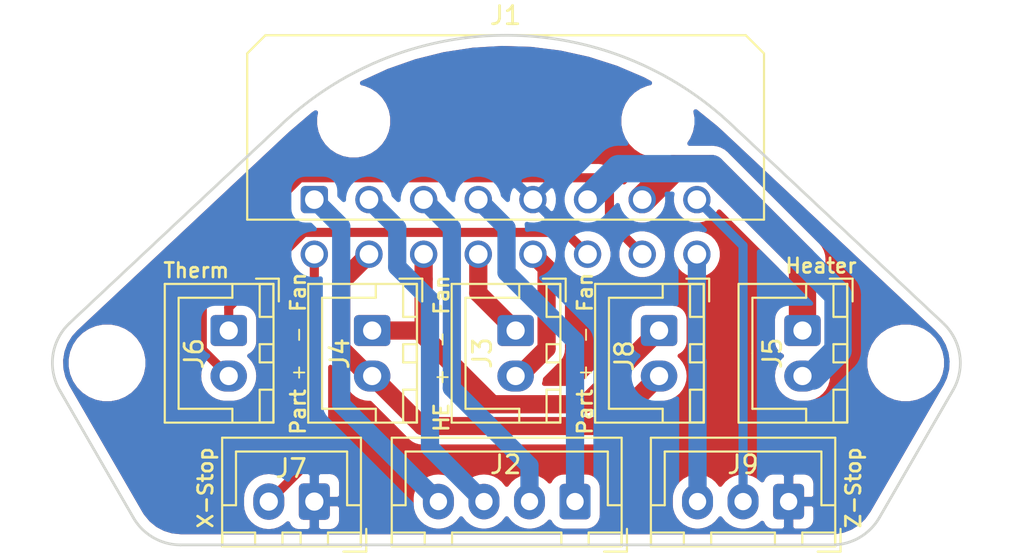
<source format=kicad_pcb>
(kicad_pcb (version 20171130) (host pcbnew "(5.1.10-1-10_14)")

  (general
    (thickness 1.6)
    (drawings 28)
    (tracks 66)
    (zones 0)
    (modules 11)
    (nets 17)
  )

  (page A4)
  (layers
    (0 F.Cu signal)
    (31 B.Cu signal)
    (32 B.Adhes user)
    (33 F.Adhes user)
    (34 B.Paste user)
    (35 F.Paste user)
    (36 B.SilkS user)
    (37 F.SilkS user)
    (38 B.Mask user)
    (39 F.Mask user)
    (40 Dwgs.User user)
    (41 Cmts.User user)
    (42 Eco1.User user hide)
    (43 Eco2.User user)
    (44 Edge.Cuts user)
    (45 Margin user)
    (46 B.CrtYd user hide)
    (47 F.CrtYd user hide)
    (48 B.Fab user hide)
    (49 F.Fab user hide)
  )

  (setup
    (last_trace_width 0.5)
    (user_trace_width 0.25)
    (user_trace_width 0.5)
    (user_trace_width 0.75)
    (user_trace_width 1)
    (user_trace_width 1.5)
    (trace_clearance 0.2)
    (zone_clearance 0.508)
    (zone_45_only no)
    (trace_min 0.2)
    (via_size 0.8)
    (via_drill 0.4)
    (via_min_size 0.4)
    (via_min_drill 0.3)
    (uvia_size 0.3)
    (uvia_drill 0.1)
    (uvias_allowed no)
    (uvia_min_size 0.2)
    (uvia_min_drill 0.1)
    (edge_width 0.05)
    (segment_width 0.2)
    (pcb_text_width 0.3)
    (pcb_text_size 1.5 1.5)
    (mod_edge_width 0.12)
    (mod_text_size 1 1)
    (mod_text_width 0.15)
    (pad_size 1.524 1.524)
    (pad_drill 0.762)
    (pad_to_mask_clearance 0.051)
    (solder_mask_min_width 0.25)
    (aux_axis_origin 0 0)
    (grid_origin 100 100)
    (visible_elements 7FFFFFFF)
    (pcbplotparams
      (layerselection 0x010fc_ffffffff)
      (usegerberextensions false)
      (usegerberattributes false)
      (usegerberadvancedattributes false)
      (creategerberjobfile false)
      (excludeedgelayer true)
      (linewidth 0.100000)
      (plotframeref false)
      (viasonmask false)
      (mode 1)
      (useauxorigin false)
      (hpglpennumber 1)
      (hpglpenspeed 20)
      (hpglpendiameter 15.000000)
      (psnegative false)
      (psa4output false)
      (plotreference true)
      (plotvalue true)
      (plotinvisibletext false)
      (padsonsilk false)
      (subtractmaskfromsilk false)
      (outputformat 1)
      (mirror false)
      (drillshape 0)
      (scaleselection 1)
      (outputdirectory "../../Gerbers/Toolhead_PCB/"))
  )

  (net 0 "")
  (net 1 GND)
  (net 2 /Hotend_Fan+)
  (net 3 /Hotend_Fan-)
  (net 4 /PartFan-)
  (net 5 /PartFan+)
  (net 6 /Thermistor_2)
  (net 7 /Thermistor_1)
  (net 8 /Endstop_Sig)
  (net 9 /Heater1)
  (net 10 /Heater2)
  (net 11 /Motor_B2)
  (net 12 /Motor_B1)
  (net 13 /Motor_A2)
  (net 14 /Motor_A1)
  (net 15 /Z-Endstop)
  (net 16 /5V)

  (net_class Default "This is the default net class."
    (clearance 0.2)
    (trace_width 0.25)
    (via_dia 0.8)
    (via_drill 0.4)
    (uvia_dia 0.3)
    (uvia_drill 0.1)
    (add_net /5V)
    (add_net /Endstop_Sig)
    (add_net /Heater1)
    (add_net /Heater2)
    (add_net /Hotend_Fan+)
    (add_net /Hotend_Fan-)
    (add_net /Motor_A1)
    (add_net /Motor_A2)
    (add_net /Motor_B1)
    (add_net /Motor_B2)
    (add_net /PartFan+)
    (add_net /PartFan-)
    (add_net /Thermistor_1)
    (add_net /Thermistor_2)
    (add_net /Z-Endstop)
    (add_net GND)
  )

  (module Connector_JST:JST_XH_B2B-XH-A_1x02_P2.50mm_Vertical (layer F.Cu) (tedit 5C28146C) (tstamp 60B7EE47)
    (at 108.382 98.222 270)
    (descr "JST XH series connector, B2B-XH-A (http://www.jst-mfg.com/product/pdf/eng/eXH.pdf), generated with kicad-footprint-generator")
    (tags "connector JST XH vertical")
    (path /60BD21F9)
    (fp_text reference J8 (at 1.397 1.905 90) (layer F.SilkS)
      (effects (font (size 1 1) (thickness 0.15)))
    )
    (fp_text value "Part Cooling Fan" (at 1.25 4.6 90) (layer F.Fab)
      (effects (font (size 1 1) (thickness 0.15)))
    )
    (fp_line (start -2.45 -2.35) (end -2.45 3.4) (layer F.Fab) (width 0.1))
    (fp_line (start -2.45 3.4) (end 4.95 3.4) (layer F.Fab) (width 0.1))
    (fp_line (start 4.95 3.4) (end 4.95 -2.35) (layer F.Fab) (width 0.1))
    (fp_line (start 4.95 -2.35) (end -2.45 -2.35) (layer F.Fab) (width 0.1))
    (fp_line (start -2.56 -2.46) (end -2.56 3.51) (layer F.SilkS) (width 0.12))
    (fp_line (start -2.56 3.51) (end 5.06 3.51) (layer F.SilkS) (width 0.12))
    (fp_line (start 5.06 3.51) (end 5.06 -2.46) (layer F.SilkS) (width 0.12))
    (fp_line (start 5.06 -2.46) (end -2.56 -2.46) (layer F.SilkS) (width 0.12))
    (fp_line (start -2.95 -2.85) (end -2.95 3.9) (layer F.CrtYd) (width 0.05))
    (fp_line (start -2.95 3.9) (end 5.45 3.9) (layer F.CrtYd) (width 0.05))
    (fp_line (start 5.45 3.9) (end 5.45 -2.85) (layer F.CrtYd) (width 0.05))
    (fp_line (start 5.45 -2.85) (end -2.95 -2.85) (layer F.CrtYd) (width 0.05))
    (fp_line (start -0.625 -2.35) (end 0 -1.35) (layer F.Fab) (width 0.1))
    (fp_line (start 0 -1.35) (end 0.625 -2.35) (layer F.Fab) (width 0.1))
    (fp_line (start 0.75 -2.45) (end 0.75 -1.7) (layer F.SilkS) (width 0.12))
    (fp_line (start 0.75 -1.7) (end 1.75 -1.7) (layer F.SilkS) (width 0.12))
    (fp_line (start 1.75 -1.7) (end 1.75 -2.45) (layer F.SilkS) (width 0.12))
    (fp_line (start 1.75 -2.45) (end 0.75 -2.45) (layer F.SilkS) (width 0.12))
    (fp_line (start -2.55 -2.45) (end -2.55 -1.7) (layer F.SilkS) (width 0.12))
    (fp_line (start -2.55 -1.7) (end -0.75 -1.7) (layer F.SilkS) (width 0.12))
    (fp_line (start -0.75 -1.7) (end -0.75 -2.45) (layer F.SilkS) (width 0.12))
    (fp_line (start -0.75 -2.45) (end -2.55 -2.45) (layer F.SilkS) (width 0.12))
    (fp_line (start 3.25 -2.45) (end 3.25 -1.7) (layer F.SilkS) (width 0.12))
    (fp_line (start 3.25 -1.7) (end 5.05 -1.7) (layer F.SilkS) (width 0.12))
    (fp_line (start 5.05 -1.7) (end 5.05 -2.45) (layer F.SilkS) (width 0.12))
    (fp_line (start 5.05 -2.45) (end 3.25 -2.45) (layer F.SilkS) (width 0.12))
    (fp_line (start -2.55 -0.2) (end -1.8 -0.2) (layer F.SilkS) (width 0.12))
    (fp_line (start -1.8 -0.2) (end -1.8 2.75) (layer F.SilkS) (width 0.12))
    (fp_line (start -1.8 2.75) (end 1.25 2.75) (layer F.SilkS) (width 0.12))
    (fp_line (start 5.05 -0.2) (end 4.3 -0.2) (layer F.SilkS) (width 0.12))
    (fp_line (start 4.3 -0.2) (end 4.3 2.75) (layer F.SilkS) (width 0.12))
    (fp_line (start 4.3 2.75) (end 1.25 2.75) (layer F.SilkS) (width 0.12))
    (fp_line (start -1.6 -2.75) (end -2.85 -2.75) (layer F.SilkS) (width 0.12))
    (fp_line (start -2.85 -2.75) (end -2.85 -1.5) (layer F.SilkS) (width 0.12))
    (fp_text user %R (at 1.25 2.7 90) (layer F.Fab)
      (effects (font (size 1 1) (thickness 0.15)))
    )
    (pad 2 thru_hole oval (at 2.5 0 270) (size 1.7 2) (drill 1) (layers *.Cu *.Mask)
      (net 5 /PartFan+))
    (pad 1 thru_hole roundrect (at 0 0 270) (size 1.7 2) (drill 1) (layers *.Cu *.Mask) (roundrect_rratio 0.147059)
      (net 4 /PartFan-))
    (model ${KISYS3DMOD}/Connector_JST.3dshapes/JST_XH_B2B-XH-A_1x02_P2.50mm_Vertical.wrl
      (at (xyz 0 0 0))
      (scale (xyz 1 1 1))
      (rotate (xyz 0 0 0))
    )
  )

  (module Connector_JST:JST_XH_B2B-XH-A_1x02_P2.50mm_Vertical (layer F.Cu) (tedit 5C28146C) (tstamp 60B7B60A)
    (at 89.459 107.62 180)
    (descr "JST XH series connector, B2B-XH-A (http://www.jst-mfg.com/product/pdf/eng/eXH.pdf), generated with kicad-footprint-generator")
    (tags "connector JST XH vertical")
    (path /60B7624D)
    (fp_text reference J7 (at 1.27 1.825) (layer F.SilkS)
      (effects (font (size 1 1) (thickness 0.15)))
    )
    (fp_text value X-Endstop (at 1.25 4.6) (layer F.Fab)
      (effects (font (size 1 1) (thickness 0.15)))
    )
    (fp_line (start -2.45 -2.35) (end -2.45 3.4) (layer F.Fab) (width 0.1))
    (fp_line (start -2.45 3.4) (end 4.95 3.4) (layer F.Fab) (width 0.1))
    (fp_line (start 4.95 3.4) (end 4.95 -2.35) (layer F.Fab) (width 0.1))
    (fp_line (start 4.95 -2.35) (end -2.45 -2.35) (layer F.Fab) (width 0.1))
    (fp_line (start -2.56 -2.46) (end -2.56 3.51) (layer F.SilkS) (width 0.12))
    (fp_line (start -2.56 3.51) (end 5.06 3.51) (layer F.SilkS) (width 0.12))
    (fp_line (start 5.06 3.51) (end 5.06 -2.46) (layer F.SilkS) (width 0.12))
    (fp_line (start 5.06 -2.46) (end -2.56 -2.46) (layer F.SilkS) (width 0.12))
    (fp_line (start -2.95 -2.85) (end -2.95 3.9) (layer F.CrtYd) (width 0.05))
    (fp_line (start -2.95 3.9) (end 5.45 3.9) (layer F.CrtYd) (width 0.05))
    (fp_line (start 5.45 3.9) (end 5.45 -2.85) (layer F.CrtYd) (width 0.05))
    (fp_line (start 5.45 -2.85) (end -2.95 -2.85) (layer F.CrtYd) (width 0.05))
    (fp_line (start -0.625 -2.35) (end 0 -1.35) (layer F.Fab) (width 0.1))
    (fp_line (start 0 -1.35) (end 0.625 -2.35) (layer F.Fab) (width 0.1))
    (fp_line (start 0.75 -2.45) (end 0.75 -1.7) (layer F.SilkS) (width 0.12))
    (fp_line (start 0.75 -1.7) (end 1.75 -1.7) (layer F.SilkS) (width 0.12))
    (fp_line (start 1.75 -1.7) (end 1.75 -2.45) (layer F.SilkS) (width 0.12))
    (fp_line (start 1.75 -2.45) (end 0.75 -2.45) (layer F.SilkS) (width 0.12))
    (fp_line (start -2.55 -2.45) (end -2.55 -1.7) (layer F.SilkS) (width 0.12))
    (fp_line (start -2.55 -1.7) (end -0.75 -1.7) (layer F.SilkS) (width 0.12))
    (fp_line (start -0.75 -1.7) (end -0.75 -2.45) (layer F.SilkS) (width 0.12))
    (fp_line (start -0.75 -2.45) (end -2.55 -2.45) (layer F.SilkS) (width 0.12))
    (fp_line (start 3.25 -2.45) (end 3.25 -1.7) (layer F.SilkS) (width 0.12))
    (fp_line (start 3.25 -1.7) (end 5.05 -1.7) (layer F.SilkS) (width 0.12))
    (fp_line (start 5.05 -1.7) (end 5.05 -2.45) (layer F.SilkS) (width 0.12))
    (fp_line (start 5.05 -2.45) (end 3.25 -2.45) (layer F.SilkS) (width 0.12))
    (fp_line (start -2.55 -0.2) (end -1.8 -0.2) (layer F.SilkS) (width 0.12))
    (fp_line (start -1.8 -0.2) (end -1.8 2.75) (layer F.SilkS) (width 0.12))
    (fp_line (start -1.8 2.75) (end 1.25 2.75) (layer F.SilkS) (width 0.12))
    (fp_line (start 5.05 -0.2) (end 4.3 -0.2) (layer F.SilkS) (width 0.12))
    (fp_line (start 4.3 -0.2) (end 4.3 2.75) (layer F.SilkS) (width 0.12))
    (fp_line (start 4.3 2.75) (end 1.25 2.75) (layer F.SilkS) (width 0.12))
    (fp_line (start -1.6 -2.75) (end -2.85 -2.75) (layer F.SilkS) (width 0.12))
    (fp_line (start -2.85 -2.75) (end -2.85 -1.5) (layer F.SilkS) (width 0.12))
    (fp_text user %R (at 1.25 2.7) (layer F.Fab)
      (effects (font (size 1 1) (thickness 0.15)))
    )
    (pad 2 thru_hole oval (at 2.5 0 180) (size 1.7 2) (drill 1) (layers *.Cu *.Mask)
      (net 8 /Endstop_Sig))
    (pad 1 thru_hole roundrect (at 0 0 180) (size 1.7 2) (drill 1) (layers *.Cu *.Mask) (roundrect_rratio 0.147059)
      (net 1 GND))
    (model ${KISYS3DMOD}/Connector_JST.3dshapes/JST_XH_B2B-XH-A_1x02_P2.50mm_Vertical.wrl
      (at (xyz 0 0 0))
      (scale (xyz 1 1 1))
      (rotate (xyz 0 0 0))
    )
  )

  (module Connector_JST:JST_XH_B2B-XH-A_1x02_P2.50mm_Vertical (layer F.Cu) (tedit 5C28146C) (tstamp 60B7B649)
    (at 116.256 98.222 270)
    (descr "JST XH series connector, B2B-XH-A (http://www.jst-mfg.com/product/pdf/eng/eXH.pdf), generated with kicad-footprint-generator")
    (tags "connector JST XH vertical")
    (path /60B720B7)
    (fp_text reference J5 (at 1.25 1.651 90) (layer F.SilkS)
      (effects (font (size 1 1) (thickness 0.15)))
    )
    (fp_text value Heater (at 1.25 4.6 90) (layer F.Fab)
      (effects (font (size 1 1) (thickness 0.15)))
    )
    (fp_line (start -2.45 -2.35) (end -2.45 3.4) (layer F.Fab) (width 0.1))
    (fp_line (start -2.45 3.4) (end 4.95 3.4) (layer F.Fab) (width 0.1))
    (fp_line (start 4.95 3.4) (end 4.95 -2.35) (layer F.Fab) (width 0.1))
    (fp_line (start 4.95 -2.35) (end -2.45 -2.35) (layer F.Fab) (width 0.1))
    (fp_line (start -2.56 -2.46) (end -2.56 3.51) (layer F.SilkS) (width 0.12))
    (fp_line (start -2.56 3.51) (end 5.06 3.51) (layer F.SilkS) (width 0.12))
    (fp_line (start 5.06 3.51) (end 5.06 -2.46) (layer F.SilkS) (width 0.12))
    (fp_line (start 5.06 -2.46) (end -2.56 -2.46) (layer F.SilkS) (width 0.12))
    (fp_line (start -2.95 -2.85) (end -2.95 3.9) (layer F.CrtYd) (width 0.05))
    (fp_line (start -2.95 3.9) (end 5.45 3.9) (layer F.CrtYd) (width 0.05))
    (fp_line (start 5.45 3.9) (end 5.45 -2.85) (layer F.CrtYd) (width 0.05))
    (fp_line (start 5.45 -2.85) (end -2.95 -2.85) (layer F.CrtYd) (width 0.05))
    (fp_line (start -0.625 -2.35) (end 0 -1.35) (layer F.Fab) (width 0.1))
    (fp_line (start 0 -1.35) (end 0.625 -2.35) (layer F.Fab) (width 0.1))
    (fp_line (start 0.75 -2.45) (end 0.75 -1.7) (layer F.SilkS) (width 0.12))
    (fp_line (start 0.75 -1.7) (end 1.75 -1.7) (layer F.SilkS) (width 0.12))
    (fp_line (start 1.75 -1.7) (end 1.75 -2.45) (layer F.SilkS) (width 0.12))
    (fp_line (start 1.75 -2.45) (end 0.75 -2.45) (layer F.SilkS) (width 0.12))
    (fp_line (start -2.55 -2.45) (end -2.55 -1.7) (layer F.SilkS) (width 0.12))
    (fp_line (start -2.55 -1.7) (end -0.75 -1.7) (layer F.SilkS) (width 0.12))
    (fp_line (start -0.75 -1.7) (end -0.75 -2.45) (layer F.SilkS) (width 0.12))
    (fp_line (start -0.75 -2.45) (end -2.55 -2.45) (layer F.SilkS) (width 0.12))
    (fp_line (start 3.25 -2.45) (end 3.25 -1.7) (layer F.SilkS) (width 0.12))
    (fp_line (start 3.25 -1.7) (end 5.05 -1.7) (layer F.SilkS) (width 0.12))
    (fp_line (start 5.05 -1.7) (end 5.05 -2.45) (layer F.SilkS) (width 0.12))
    (fp_line (start 5.05 -2.45) (end 3.25 -2.45) (layer F.SilkS) (width 0.12))
    (fp_line (start -2.55 -0.2) (end -1.8 -0.2) (layer F.SilkS) (width 0.12))
    (fp_line (start -1.8 -0.2) (end -1.8 2.75) (layer F.SilkS) (width 0.12))
    (fp_line (start -1.8 2.75) (end 1.25 2.75) (layer F.SilkS) (width 0.12))
    (fp_line (start 5.05 -0.2) (end 4.3 -0.2) (layer F.SilkS) (width 0.12))
    (fp_line (start 4.3 -0.2) (end 4.3 2.75) (layer F.SilkS) (width 0.12))
    (fp_line (start 4.3 2.75) (end 1.25 2.75) (layer F.SilkS) (width 0.12))
    (fp_line (start -1.6 -2.75) (end -2.85 -2.75) (layer F.SilkS) (width 0.12))
    (fp_line (start -2.85 -2.75) (end -2.85 -1.5) (layer F.SilkS) (width 0.12))
    (fp_text user %R (at 1.25 2.7 90) (layer F.Fab)
      (effects (font (size 1 1) (thickness 0.15)))
    )
    (pad 2 thru_hole oval (at 2.5 0 270) (size 1.7 2) (drill 1) (layers *.Cu *.Mask)
      (net 10 /Heater2))
    (pad 1 thru_hole roundrect (at 0 0 270) (size 1.7 2) (drill 1) (layers *.Cu *.Mask) (roundrect_rratio 0.147059)
      (net 9 /Heater1))
    (model ${KISYS3DMOD}/Connector_JST.3dshapes/JST_XH_B2B-XH-A_1x02_P2.50mm_Vertical.wrl
      (at (xyz 0 0 0))
      (scale (xyz 1 1 1))
      (rotate (xyz 0 0 0))
    )
  )

  (module Connector_JST:JST_XH_B4B-XH-A_1x04_P2.50mm_Vertical (layer F.Cu) (tedit 5C28146C) (tstamp 60B7B747)
    (at 103.77 107.62 180)
    (descr "JST XH series connector, B4B-XH-A (http://www.jst-mfg.com/product/pdf/eng/eXH.pdf), generated with kicad-footprint-generator")
    (tags "connector JST XH vertical")
    (path /60B6FD3C)
    (fp_text reference J2 (at 3.81 2.032) (layer F.SilkS)
      (effects (font (size 1 1) (thickness 0.15)))
    )
    (fp_text value Motor (at 3.75 4.6) (layer F.Fab)
      (effects (font (size 1 1) (thickness 0.15)))
    )
    (fp_line (start -2.45 -2.35) (end -2.45 3.4) (layer F.Fab) (width 0.1))
    (fp_line (start -2.45 3.4) (end 9.95 3.4) (layer F.Fab) (width 0.1))
    (fp_line (start 9.95 3.4) (end 9.95 -2.35) (layer F.Fab) (width 0.1))
    (fp_line (start 9.95 -2.35) (end -2.45 -2.35) (layer F.Fab) (width 0.1))
    (fp_line (start -2.56 -2.46) (end -2.56 3.51) (layer F.SilkS) (width 0.12))
    (fp_line (start -2.56 3.51) (end 10.06 3.51) (layer F.SilkS) (width 0.12))
    (fp_line (start 10.06 3.51) (end 10.06 -2.46) (layer F.SilkS) (width 0.12))
    (fp_line (start 10.06 -2.46) (end -2.56 -2.46) (layer F.SilkS) (width 0.12))
    (fp_line (start -2.95 -2.85) (end -2.95 3.9) (layer F.CrtYd) (width 0.05))
    (fp_line (start -2.95 3.9) (end 10.45 3.9) (layer F.CrtYd) (width 0.05))
    (fp_line (start 10.45 3.9) (end 10.45 -2.85) (layer F.CrtYd) (width 0.05))
    (fp_line (start 10.45 -2.85) (end -2.95 -2.85) (layer F.CrtYd) (width 0.05))
    (fp_line (start -0.625 -2.35) (end 0 -1.35) (layer F.Fab) (width 0.1))
    (fp_line (start 0 -1.35) (end 0.625 -2.35) (layer F.Fab) (width 0.1))
    (fp_line (start 0.75 -2.45) (end 0.75 -1.7) (layer F.SilkS) (width 0.12))
    (fp_line (start 0.75 -1.7) (end 6.75 -1.7) (layer F.SilkS) (width 0.12))
    (fp_line (start 6.75 -1.7) (end 6.75 -2.45) (layer F.SilkS) (width 0.12))
    (fp_line (start 6.75 -2.45) (end 0.75 -2.45) (layer F.SilkS) (width 0.12))
    (fp_line (start -2.55 -2.45) (end -2.55 -1.7) (layer F.SilkS) (width 0.12))
    (fp_line (start -2.55 -1.7) (end -0.75 -1.7) (layer F.SilkS) (width 0.12))
    (fp_line (start -0.75 -1.7) (end -0.75 -2.45) (layer F.SilkS) (width 0.12))
    (fp_line (start -0.75 -2.45) (end -2.55 -2.45) (layer F.SilkS) (width 0.12))
    (fp_line (start 8.25 -2.45) (end 8.25 -1.7) (layer F.SilkS) (width 0.12))
    (fp_line (start 8.25 -1.7) (end 10.05 -1.7) (layer F.SilkS) (width 0.12))
    (fp_line (start 10.05 -1.7) (end 10.05 -2.45) (layer F.SilkS) (width 0.12))
    (fp_line (start 10.05 -2.45) (end 8.25 -2.45) (layer F.SilkS) (width 0.12))
    (fp_line (start -2.55 -0.2) (end -1.8 -0.2) (layer F.SilkS) (width 0.12))
    (fp_line (start -1.8 -0.2) (end -1.8 2.75) (layer F.SilkS) (width 0.12))
    (fp_line (start -1.8 2.75) (end 3.75 2.75) (layer F.SilkS) (width 0.12))
    (fp_line (start 10.05 -0.2) (end 9.3 -0.2) (layer F.SilkS) (width 0.12))
    (fp_line (start 9.3 -0.2) (end 9.3 2.75) (layer F.SilkS) (width 0.12))
    (fp_line (start 9.3 2.75) (end 3.75 2.75) (layer F.SilkS) (width 0.12))
    (fp_line (start -1.6 -2.75) (end -2.85 -2.75) (layer F.SilkS) (width 0.12))
    (fp_line (start -2.85 -2.75) (end -2.85 -1.5) (layer F.SilkS) (width 0.12))
    (fp_text user %R (at 3.75 2.7) (layer F.Fab)
      (effects (font (size 1 1) (thickness 0.15)))
    )
    (pad 4 thru_hole oval (at 7.5 0 180) (size 1.7 1.95) (drill 0.95) (layers *.Cu *.Mask)
      (net 14 /Motor_A1))
    (pad 3 thru_hole oval (at 5 0 180) (size 1.7 1.95) (drill 0.95) (layers *.Cu *.Mask)
      (net 13 /Motor_A2))
    (pad 2 thru_hole oval (at 2.5 0 180) (size 1.7 1.95) (drill 0.95) (layers *.Cu *.Mask)
      (net 12 /Motor_B1))
    (pad 1 thru_hole roundrect (at 0 0 180) (size 1.7 1.95) (drill 0.95) (layers *.Cu *.Mask) (roundrect_rratio 0.147059)
      (net 11 /Motor_B2))
    (model ${KISYS3DMOD}/Connector_JST.3dshapes/JST_XH_B4B-XH-A_1x04_P2.50mm_Vertical.wrl
      (at (xyz 0 0 0))
      (scale (xyz 1 1 1))
      (rotate (xyz 0 0 0))
    )
  )

  (module MountingHole:MountingHole_3.2mm_M3 (layer F.Cu) (tedit 56D1B4CB) (tstamp 60B762C5)
    (at 121.92 100)
    (descr "Mounting Hole 3.2mm, no annular, M3")
    (tags "mounting hole 3.2mm no annular m3")
    (path /60B8DE4B)
    (attr virtual)
    (fp_text reference H2 (at 5.385 0) (layer Cmts.User)
      (effects (font (size 1 1) (thickness 0.15)))
    )
    (fp_text value MountingHole (at 0 4.2) (layer F.Fab)
      (effects (font (size 1 1) (thickness 0.15)))
    )
    (fp_circle (center 0 0) (end 3.2 0) (layer Cmts.User) (width 0.15))
    (fp_circle (center 0 0) (end 3.45 0) (layer F.CrtYd) (width 0.05))
    (fp_text user %R (at 0.3 0) (layer F.Fab)
      (effects (font (size 1 1) (thickness 0.15)))
    )
    (pad 1 np_thru_hole circle (at 0 0) (size 3.2 3.2) (drill 3.2) (layers *.Cu *.Mask))
  )

  (module MountingHole:MountingHole_3.2mm_M3 (layer F.Cu) (tedit 56D1B4CB) (tstamp 60B762BD)
    (at 78.08 100)
    (descr "Mounting Hole 3.2mm, no annular, M3")
    (tags "mounting hole 3.2mm no annular m3")
    (path /60B8D3E9)
    (attr virtual)
    (fp_text reference H1 (at -4.75 0) (layer Cmts.User)
      (effects (font (size 1 1) (thickness 0.15)))
    )
    (fp_text value MountingHole (at 0 4.2) (layer F.Fab)
      (effects (font (size 1 1) (thickness 0.15)))
    )
    (fp_circle (center 0 0) (end 3.2 0) (layer Cmts.User) (width 0.15))
    (fp_circle (center 0 0) (end 3.45 0) (layer F.CrtYd) (width 0.05))
    (fp_text user %R (at 0.3 0) (layer F.Fab)
      (effects (font (size 1 1) (thickness 0.15)))
    )
    (pad 1 np_thru_hole circle (at 0 0) (size 3.2 3.2) (drill 3.2) (layers *.Cu *.Mask))
  )

  (module Connector_JST:JST_XH_B3B-XH-A_1x03_P2.50mm_Vertical (layer F.Cu) (tedit 5C28146C) (tstamp 60D333E1)
    (at 115.494 107.62 180)
    (descr "JST XH series connector, B3B-XH-A (http://www.jst-mfg.com/product/pdf/eng/eXH.pdf), generated with kicad-footprint-generator")
    (tags "connector JST XH vertical")
    (path /60D33AC2)
    (fp_text reference J9 (at 2.5 2.032) (layer F.SilkS)
      (effects (font (size 1 1) (thickness 0.15)))
    )
    (fp_text value SuperPINDA (at 2.5 4.6) (layer F.Fab)
      (effects (font (size 1 1) (thickness 0.15)))
    )
    (fp_text user %R (at 2.5 2.7) (layer F.Fab)
      (effects (font (size 1 1) (thickness 0.15)))
    )
    (fp_line (start -2.45 -2.35) (end -2.45 3.4) (layer F.Fab) (width 0.1))
    (fp_line (start -2.45 3.4) (end 7.45 3.4) (layer F.Fab) (width 0.1))
    (fp_line (start 7.45 3.4) (end 7.45 -2.35) (layer F.Fab) (width 0.1))
    (fp_line (start 7.45 -2.35) (end -2.45 -2.35) (layer F.Fab) (width 0.1))
    (fp_line (start -2.56 -2.46) (end -2.56 3.51) (layer F.SilkS) (width 0.12))
    (fp_line (start -2.56 3.51) (end 7.56 3.51) (layer F.SilkS) (width 0.12))
    (fp_line (start 7.56 3.51) (end 7.56 -2.46) (layer F.SilkS) (width 0.12))
    (fp_line (start 7.56 -2.46) (end -2.56 -2.46) (layer F.SilkS) (width 0.12))
    (fp_line (start -2.95 -2.85) (end -2.95 3.9) (layer F.CrtYd) (width 0.05))
    (fp_line (start -2.95 3.9) (end 7.95 3.9) (layer F.CrtYd) (width 0.05))
    (fp_line (start 7.95 3.9) (end 7.95 -2.85) (layer F.CrtYd) (width 0.05))
    (fp_line (start 7.95 -2.85) (end -2.95 -2.85) (layer F.CrtYd) (width 0.05))
    (fp_line (start -0.625 -2.35) (end 0 -1.35) (layer F.Fab) (width 0.1))
    (fp_line (start 0 -1.35) (end 0.625 -2.35) (layer F.Fab) (width 0.1))
    (fp_line (start 0.75 -2.45) (end 0.75 -1.7) (layer F.SilkS) (width 0.12))
    (fp_line (start 0.75 -1.7) (end 4.25 -1.7) (layer F.SilkS) (width 0.12))
    (fp_line (start 4.25 -1.7) (end 4.25 -2.45) (layer F.SilkS) (width 0.12))
    (fp_line (start 4.25 -2.45) (end 0.75 -2.45) (layer F.SilkS) (width 0.12))
    (fp_line (start -2.55 -2.45) (end -2.55 -1.7) (layer F.SilkS) (width 0.12))
    (fp_line (start -2.55 -1.7) (end -0.75 -1.7) (layer F.SilkS) (width 0.12))
    (fp_line (start -0.75 -1.7) (end -0.75 -2.45) (layer F.SilkS) (width 0.12))
    (fp_line (start -0.75 -2.45) (end -2.55 -2.45) (layer F.SilkS) (width 0.12))
    (fp_line (start 5.75 -2.45) (end 5.75 -1.7) (layer F.SilkS) (width 0.12))
    (fp_line (start 5.75 -1.7) (end 7.55 -1.7) (layer F.SilkS) (width 0.12))
    (fp_line (start 7.55 -1.7) (end 7.55 -2.45) (layer F.SilkS) (width 0.12))
    (fp_line (start 7.55 -2.45) (end 5.75 -2.45) (layer F.SilkS) (width 0.12))
    (fp_line (start -2.55 -0.2) (end -1.8 -0.2) (layer F.SilkS) (width 0.12))
    (fp_line (start -1.8 -0.2) (end -1.8 2.75) (layer F.SilkS) (width 0.12))
    (fp_line (start -1.8 2.75) (end 2.5 2.75) (layer F.SilkS) (width 0.12))
    (fp_line (start 7.55 -0.2) (end 6.8 -0.2) (layer F.SilkS) (width 0.12))
    (fp_line (start 6.8 -0.2) (end 6.8 2.75) (layer F.SilkS) (width 0.12))
    (fp_line (start 6.8 2.75) (end 2.5 2.75) (layer F.SilkS) (width 0.12))
    (fp_line (start -1.6 -2.75) (end -2.85 -2.75) (layer F.SilkS) (width 0.12))
    (fp_line (start -2.85 -2.75) (end -2.85 -1.5) (layer F.SilkS) (width 0.12))
    (pad 3 thru_hole oval (at 5 0 180) (size 1.7 1.95) (drill 0.95) (layers *.Cu *.Mask)
      (net 16 /5V))
    (pad 2 thru_hole oval (at 2.5 0 180) (size 1.7 1.95) (drill 0.95) (layers *.Cu *.Mask)
      (net 15 /Z-Endstop))
    (pad 1 thru_hole roundrect (at 0 0 180) (size 1.7 1.95) (drill 0.95) (layers *.Cu *.Mask) (roundrect_rratio 0.147059)
      (net 1 GND))
    (model ${KISYS3DMOD}/Connector_JST.3dshapes/JST_XH_B3B-XH-A_1x03_P2.50mm_Vertical.wrl
      (at (xyz 0 0 0))
      (scale (xyz 1 1 1))
      (rotate (xyz 0 0 0))
    )
  )

  (module Connector_Molex:Molex_Micro-Fit_3.0_43045-1600_2x08_P3.00mm_Horizontal (layer F.Cu) (tedit 5DC5E16C) (tstamp 60B75AA1)
    (at 89.459 91.03)
    (descr "Molex Micro-Fit 3.0 Connector System, 43045-1600 (alternative finishes: 43045-160x), 8 Pins per row (https://www.molex.com/pdm_docs/sd/430450201_sd.pdf), generated with kicad-footprint-generator")
    (tags "connector Molex Micro-Fit_3.0 horizontal")
    (path /60B6E959)
    (fp_text reference J1 (at 10.5 -10.12) (layer F.SilkS)
      (effects (font (size 1 1) (thickness 0.15)))
    )
    (fp_text value Conn_02x08Top_Bottom (at 10.5 5.7) (layer F.Fab)
      (effects (font (size 1 1) (thickness 0.15)))
    )
    (fp_text user %R (at 10.5 -8.22) (layer F.Fab)
      (effects (font (size 1 1) (thickness 0.15)))
    )
    (fp_line (start -3.575 0.99) (end -3.575 -7.92) (layer F.Fab) (width 0.1))
    (fp_line (start -3.575 -7.92) (end -2.575 -8.92) (layer F.Fab) (width 0.1))
    (fp_line (start -2.575 -8.92) (end 23.575 -8.92) (layer F.Fab) (width 0.1))
    (fp_line (start 23.575 -8.92) (end 24.575 -7.92) (layer F.Fab) (width 0.1))
    (fp_line (start 24.575 -7.92) (end 24.575 0.99) (layer F.Fab) (width 0.1))
    (fp_line (start 24.575 0.99) (end -3.575 0.99) (layer F.Fab) (width 0.1))
    (fp_line (start -0.75 0.99) (end 0 0) (layer F.Fab) (width 0.1))
    (fp_line (start 0 0) (end 0.75 0.99) (layer F.Fab) (width 0.1))
    (fp_line (start -3.685 1.1) (end -3.685 -8.03) (layer F.SilkS) (width 0.12))
    (fp_line (start -3.685 -8.03) (end -2.685 -9.03) (layer F.SilkS) (width 0.12))
    (fp_line (start -2.685 -9.03) (end 23.685 -9.03) (layer F.SilkS) (width 0.12))
    (fp_line (start 23.685 -9.03) (end 24.685 -8.03) (layer F.SilkS) (width 0.12))
    (fp_line (start 24.685 -8.03) (end 24.685 1.1) (layer F.SilkS) (width 0.12))
    (fp_line (start 24.685 1.1) (end -3.685 1.1) (layer F.SilkS) (width 0.12))
    (fp_line (start -4.08 1.49) (end -4.08 -9.42) (layer F.CrtYd) (width 0.05))
    (fp_line (start -4.08 -9.42) (end 25.08 -9.42) (layer F.CrtYd) (width 0.05))
    (fp_line (start 25.08 -9.42) (end 25.08 1.49) (layer F.CrtYd) (width 0.05))
    (fp_line (start 25.08 1.49) (end 22.25 1.49) (layer F.CrtYd) (width 0.05))
    (fp_line (start 22.25 1.49) (end 22.25 4.25) (layer F.CrtYd) (width 0.05))
    (fp_line (start 22.25 4.25) (end -1.25 4.25) (layer F.CrtYd) (width 0.05))
    (fp_line (start -1.25 4.25) (end -1.25 1.49) (layer F.CrtYd) (width 0.05))
    (fp_line (start -1.25 1.49) (end -4.08 1.49) (layer F.CrtYd) (width 0.05))
    (pad 16 thru_hole circle (at 21 3) (size 1.5 1.5) (drill 1.02) (layers *.Cu *.Mask)
      (net 16 /5V))
    (pad 15 thru_hole circle (at 18 3) (size 1.5 1.5) (drill 1.02) (layers *.Cu *.Mask)
      (net 6 /Thermistor_2))
    (pad 14 thru_hole circle (at 15 3) (size 1.5 1.5) (drill 1.02) (layers *.Cu *.Mask)
      (net 7 /Thermistor_1))
    (pad 13 thru_hole circle (at 12 3) (size 1.5 1.5) (drill 1.02) (layers *.Cu *.Mask)
      (net 2 /Hotend_Fan+))
    (pad 12 thru_hole circle (at 9 3) (size 1.5 1.5) (drill 1.02) (layers *.Cu *.Mask)
      (net 3 /Hotend_Fan-))
    (pad 11 thru_hole circle (at 6 3) (size 1.5 1.5) (drill 1.02) (layers *.Cu *.Mask)
      (net 4 /PartFan-))
    (pad 10 thru_hole circle (at 3 3) (size 1.5 1.5) (drill 1.02) (layers *.Cu *.Mask)
      (net 5 /PartFan+))
    (pad 9 thru_hole circle (at 0 3) (size 1.5 1.5) (drill 1.02) (layers *.Cu *.Mask)
      (net 8 /Endstop_Sig))
    (pad 8 thru_hole circle (at 21 0) (size 1.5 1.5) (drill 1.02) (layers *.Cu *.Mask)
      (net 15 /Z-Endstop))
    (pad 7 thru_hole circle (at 18 0) (size 1.5 1.5) (drill 1.02) (layers *.Cu *.Mask)
      (net 9 /Heater1))
    (pad 6 thru_hole circle (at 15 0) (size 1.5 1.5) (drill 1.02) (layers *.Cu *.Mask)
      (net 10 /Heater2))
    (pad 5 thru_hole circle (at 12 0) (size 1.5 1.5) (drill 1.02) (layers *.Cu *.Mask)
      (net 1 GND))
    (pad 4 thru_hole circle (at 9 0) (size 1.5 1.5) (drill 1.02) (layers *.Cu *.Mask)
      (net 11 /Motor_B2))
    (pad 3 thru_hole circle (at 6 0) (size 1.5 1.5) (drill 1.02) (layers *.Cu *.Mask)
      (net 12 /Motor_B1))
    (pad 2 thru_hole circle (at 3 0) (size 1.5 1.5) (drill 1.02) (layers *.Cu *.Mask)
      (net 13 /Motor_A2))
    (pad 1 thru_hole roundrect (at 0 0) (size 1.5 1.5) (drill 1.02) (layers *.Cu *.Mask) (roundrect_rratio 0.166667)
      (net 14 /Motor_A1))
    (pad "" np_thru_hole circle (at 18.86 -4.32) (size 3 3) (drill 3) (layers *.Cu *.Mask))
    (pad "" np_thru_hole circle (at 2.16 -4.32) (size 3 3) (drill 3) (layers *.Cu *.Mask))
    (model ${KISYS3DMOD}/Connector_Molex.3dshapes/Molex_Micro-Fit_3.0_43045-1600_2x08_P3.00mm_Horizontal.wrl
      (at (xyz 0 0 0))
      (scale (xyz 1 1 1))
      (rotate (xyz 0 0 0))
    )
  )

  (module Connector_JST:JST_XH_B2B-XH-A_1x02_P2.50mm_Vertical (layer F.Cu) (tedit 5C28146C) (tstamp 60D373F7)
    (at 84.76 98.222 270)
    (descr "JST XH series connector, B2B-XH-A (http://www.jst-mfg.com/product/pdf/eng/eXH.pdf), generated with kicad-footprint-generator")
    (tags "connector JST XH vertical")
    (path /60B7844F)
    (fp_text reference J6 (at 1.27 1.905 90) (layer F.SilkS)
      (effects (font (size 1 1) (thickness 0.15)))
    )
    (fp_text value Thermistor (at 1.25 4.6 90) (layer F.Fab)
      (effects (font (size 1 1) (thickness 0.15)))
    )
    (fp_line (start -2.45 -2.35) (end -2.45 3.4) (layer F.Fab) (width 0.1))
    (fp_line (start -2.45 3.4) (end 4.95 3.4) (layer F.Fab) (width 0.1))
    (fp_line (start 4.95 3.4) (end 4.95 -2.35) (layer F.Fab) (width 0.1))
    (fp_line (start 4.95 -2.35) (end -2.45 -2.35) (layer F.Fab) (width 0.1))
    (fp_line (start -2.56 -2.46) (end -2.56 3.51) (layer F.SilkS) (width 0.12))
    (fp_line (start -2.56 3.51) (end 5.06 3.51) (layer F.SilkS) (width 0.12))
    (fp_line (start 5.06 3.51) (end 5.06 -2.46) (layer F.SilkS) (width 0.12))
    (fp_line (start 5.06 -2.46) (end -2.56 -2.46) (layer F.SilkS) (width 0.12))
    (fp_line (start -2.95 -2.85) (end -2.95 3.9) (layer F.CrtYd) (width 0.05))
    (fp_line (start -2.95 3.9) (end 5.45 3.9) (layer F.CrtYd) (width 0.05))
    (fp_line (start 5.45 3.9) (end 5.45 -2.85) (layer F.CrtYd) (width 0.05))
    (fp_line (start 5.45 -2.85) (end -2.95 -2.85) (layer F.CrtYd) (width 0.05))
    (fp_line (start -0.625 -2.35) (end 0 -1.35) (layer F.Fab) (width 0.1))
    (fp_line (start 0 -1.35) (end 0.625 -2.35) (layer F.Fab) (width 0.1))
    (fp_line (start 0.75 -2.45) (end 0.75 -1.7) (layer F.SilkS) (width 0.12))
    (fp_line (start 0.75 -1.7) (end 1.75 -1.7) (layer F.SilkS) (width 0.12))
    (fp_line (start 1.75 -1.7) (end 1.75 -2.45) (layer F.SilkS) (width 0.12))
    (fp_line (start 1.75 -2.45) (end 0.75 -2.45) (layer F.SilkS) (width 0.12))
    (fp_line (start -2.55 -2.45) (end -2.55 -1.7) (layer F.SilkS) (width 0.12))
    (fp_line (start -2.55 -1.7) (end -0.75 -1.7) (layer F.SilkS) (width 0.12))
    (fp_line (start -0.75 -1.7) (end -0.75 -2.45) (layer F.SilkS) (width 0.12))
    (fp_line (start -0.75 -2.45) (end -2.55 -2.45) (layer F.SilkS) (width 0.12))
    (fp_line (start 3.25 -2.45) (end 3.25 -1.7) (layer F.SilkS) (width 0.12))
    (fp_line (start 3.25 -1.7) (end 5.05 -1.7) (layer F.SilkS) (width 0.12))
    (fp_line (start 5.05 -1.7) (end 5.05 -2.45) (layer F.SilkS) (width 0.12))
    (fp_line (start 5.05 -2.45) (end 3.25 -2.45) (layer F.SilkS) (width 0.12))
    (fp_line (start -2.55 -0.2) (end -1.8 -0.2) (layer F.SilkS) (width 0.12))
    (fp_line (start -1.8 -0.2) (end -1.8 2.75) (layer F.SilkS) (width 0.12))
    (fp_line (start -1.8 2.75) (end 1.25 2.75) (layer F.SilkS) (width 0.12))
    (fp_line (start 5.05 -0.2) (end 4.3 -0.2) (layer F.SilkS) (width 0.12))
    (fp_line (start 4.3 -0.2) (end 4.3 2.75) (layer F.SilkS) (width 0.12))
    (fp_line (start 4.3 2.75) (end 1.25 2.75) (layer F.SilkS) (width 0.12))
    (fp_line (start -1.6 -2.75) (end -2.85 -2.75) (layer F.SilkS) (width 0.12))
    (fp_line (start -2.85 -2.75) (end -2.85 -1.5) (layer F.SilkS) (width 0.12))
    (fp_text user %R (at 1.25 2.7 90) (layer F.Fab)
      (effects (font (size 1 1) (thickness 0.15)))
    )
    (pad 2 thru_hole oval (at 2.5 0 270) (size 1.7 2) (drill 1) (layers *.Cu *.Mask)
      (net 6 /Thermistor_2))
    (pad 1 thru_hole roundrect (at 0 0 270) (size 1.7 2) (drill 1) (layers *.Cu *.Mask) (roundrect_rratio 0.147059)
      (net 7 /Thermistor_1))
    (model ${KISYS3DMOD}/Connector_JST.3dshapes/JST_XH_B2B-XH-A_1x02_P2.50mm_Vertical.wrl
      (at (xyz 0 0 0))
      (scale (xyz 1 1 1))
      (rotate (xyz 0 0 0))
    )
  )

  (module Connector_JST:JST_XH_B2B-XH-A_1x02_P2.50mm_Vertical (layer F.Cu) (tedit 5C28146C) (tstamp 60B7B688)
    (at 100.508 98.222 270)
    (descr "JST XH series connector, B2B-XH-A (http://www.jst-mfg.com/product/pdf/eng/eXH.pdf), generated with kicad-footprint-generator")
    (tags "connector JST XH vertical")
    (path /60B78134)
    (fp_text reference J3 (at 1.24 1.825 90) (layer F.SilkS)
      (effects (font (size 1 1) (thickness 0.15)))
    )
    (fp_text value "Hotend Fan" (at 1.25 4.6 90) (layer F.Fab)
      (effects (font (size 1 1) (thickness 0.15)))
    )
    (fp_line (start -2.45 -2.35) (end -2.45 3.4) (layer F.Fab) (width 0.1))
    (fp_line (start -2.45 3.4) (end 4.95 3.4) (layer F.Fab) (width 0.1))
    (fp_line (start 4.95 3.4) (end 4.95 -2.35) (layer F.Fab) (width 0.1))
    (fp_line (start 4.95 -2.35) (end -2.45 -2.35) (layer F.Fab) (width 0.1))
    (fp_line (start -2.56 -2.46) (end -2.56 3.51) (layer F.SilkS) (width 0.12))
    (fp_line (start -2.56 3.51) (end 5.06 3.51) (layer F.SilkS) (width 0.12))
    (fp_line (start 5.06 3.51) (end 5.06 -2.46) (layer F.SilkS) (width 0.12))
    (fp_line (start 5.06 -2.46) (end -2.56 -2.46) (layer F.SilkS) (width 0.12))
    (fp_line (start -2.95 -2.85) (end -2.95 3.9) (layer F.CrtYd) (width 0.05))
    (fp_line (start -2.95 3.9) (end 5.45 3.9) (layer F.CrtYd) (width 0.05))
    (fp_line (start 5.45 3.9) (end 5.45 -2.85) (layer F.CrtYd) (width 0.05))
    (fp_line (start 5.45 -2.85) (end -2.95 -2.85) (layer F.CrtYd) (width 0.05))
    (fp_line (start -0.625 -2.35) (end 0 -1.35) (layer F.Fab) (width 0.1))
    (fp_line (start 0 -1.35) (end 0.625 -2.35) (layer F.Fab) (width 0.1))
    (fp_line (start 0.75 -2.45) (end 0.75 -1.7) (layer F.SilkS) (width 0.12))
    (fp_line (start 0.75 -1.7) (end 1.75 -1.7) (layer F.SilkS) (width 0.12))
    (fp_line (start 1.75 -1.7) (end 1.75 -2.45) (layer F.SilkS) (width 0.12))
    (fp_line (start 1.75 -2.45) (end 0.75 -2.45) (layer F.SilkS) (width 0.12))
    (fp_line (start -2.55 -2.45) (end -2.55 -1.7) (layer F.SilkS) (width 0.12))
    (fp_line (start -2.55 -1.7) (end -0.75 -1.7) (layer F.SilkS) (width 0.12))
    (fp_line (start -0.75 -1.7) (end -0.75 -2.45) (layer F.SilkS) (width 0.12))
    (fp_line (start -0.75 -2.45) (end -2.55 -2.45) (layer F.SilkS) (width 0.12))
    (fp_line (start 3.25 -2.45) (end 3.25 -1.7) (layer F.SilkS) (width 0.12))
    (fp_line (start 3.25 -1.7) (end 5.05 -1.7) (layer F.SilkS) (width 0.12))
    (fp_line (start 5.05 -1.7) (end 5.05 -2.45) (layer F.SilkS) (width 0.12))
    (fp_line (start 5.05 -2.45) (end 3.25 -2.45) (layer F.SilkS) (width 0.12))
    (fp_line (start -2.55 -0.2) (end -1.8 -0.2) (layer F.SilkS) (width 0.12))
    (fp_line (start -1.8 -0.2) (end -1.8 2.75) (layer F.SilkS) (width 0.12))
    (fp_line (start -1.8 2.75) (end 1.25 2.75) (layer F.SilkS) (width 0.12))
    (fp_line (start 5.05 -0.2) (end 4.3 -0.2) (layer F.SilkS) (width 0.12))
    (fp_line (start 4.3 -0.2) (end 4.3 2.75) (layer F.SilkS) (width 0.12))
    (fp_line (start 4.3 2.75) (end 1.25 2.75) (layer F.SilkS) (width 0.12))
    (fp_line (start -1.6 -2.75) (end -2.85 -2.75) (layer F.SilkS) (width 0.12))
    (fp_line (start -2.85 -2.75) (end -2.85 -1.5) (layer F.SilkS) (width 0.12))
    (fp_text user %R (at 1.25 2.7 90) (layer F.Fab)
      (effects (font (size 1 1) (thickness 0.15)))
    )
    (pad 2 thru_hole oval (at 2.5 0 270) (size 1.7 2) (drill 1) (layers *.Cu *.Mask)
      (net 2 /Hotend_Fan+))
    (pad 1 thru_hole roundrect (at 0 0 270) (size 1.7 2) (drill 1) (layers *.Cu *.Mask) (roundrect_rratio 0.147059)
      (net 3 /Hotend_Fan-))
    (model ${KISYS3DMOD}/Connector_JST.3dshapes/JST_XH_B2B-XH-A_1x02_P2.50mm_Vertical.wrl
      (at (xyz 0 0 0))
      (scale (xyz 1 1 1))
      (rotate (xyz 0 0 0))
    )
  )

  (module Connector_JST:JST_XH_B2B-XH-A_1x02_P2.50mm_Vertical (layer F.Cu) (tedit 5C28146C) (tstamp 60B7B706)
    (at 92.634 98.222 270)
    (descr "JST XH series connector, B2B-XH-A (http://www.jst-mfg.com/product/pdf/eng/eXH.pdf), generated with kicad-footprint-generator")
    (tags "connector JST XH vertical")
    (path /60B77E5A)
    (fp_text reference J4 (at 1.27 1.778 90) (layer F.SilkS)
      (effects (font (size 1 1) (thickness 0.15)))
    )
    (fp_text value "Part Cooling Fan" (at 1.25 4.6 90) (layer F.Fab)
      (effects (font (size 1 1) (thickness 0.15)))
    )
    (fp_line (start -2.45 -2.35) (end -2.45 3.4) (layer F.Fab) (width 0.1))
    (fp_line (start -2.45 3.4) (end 4.95 3.4) (layer F.Fab) (width 0.1))
    (fp_line (start 4.95 3.4) (end 4.95 -2.35) (layer F.Fab) (width 0.1))
    (fp_line (start 4.95 -2.35) (end -2.45 -2.35) (layer F.Fab) (width 0.1))
    (fp_line (start -2.56 -2.46) (end -2.56 3.51) (layer F.SilkS) (width 0.12))
    (fp_line (start -2.56 3.51) (end 5.06 3.51) (layer F.SilkS) (width 0.12))
    (fp_line (start 5.06 3.51) (end 5.06 -2.46) (layer F.SilkS) (width 0.12))
    (fp_line (start 5.06 -2.46) (end -2.56 -2.46) (layer F.SilkS) (width 0.12))
    (fp_line (start -2.95 -2.85) (end -2.95 3.9) (layer F.CrtYd) (width 0.05))
    (fp_line (start -2.95 3.9) (end 5.45 3.9) (layer F.CrtYd) (width 0.05))
    (fp_line (start 5.45 3.9) (end 5.45 -2.85) (layer F.CrtYd) (width 0.05))
    (fp_line (start 5.45 -2.85) (end -2.95 -2.85) (layer F.CrtYd) (width 0.05))
    (fp_line (start -0.625 -2.35) (end 0 -1.35) (layer F.Fab) (width 0.1))
    (fp_line (start 0 -1.35) (end 0.625 -2.35) (layer F.Fab) (width 0.1))
    (fp_line (start 0.75 -2.45) (end 0.75 -1.7) (layer F.SilkS) (width 0.12))
    (fp_line (start 0.75 -1.7) (end 1.75 -1.7) (layer F.SilkS) (width 0.12))
    (fp_line (start 1.75 -1.7) (end 1.75 -2.45) (layer F.SilkS) (width 0.12))
    (fp_line (start 1.75 -2.45) (end 0.75 -2.45) (layer F.SilkS) (width 0.12))
    (fp_line (start -2.55 -2.45) (end -2.55 -1.7) (layer F.SilkS) (width 0.12))
    (fp_line (start -2.55 -1.7) (end -0.75 -1.7) (layer F.SilkS) (width 0.12))
    (fp_line (start -0.75 -1.7) (end -0.75 -2.45) (layer F.SilkS) (width 0.12))
    (fp_line (start -0.75 -2.45) (end -2.55 -2.45) (layer F.SilkS) (width 0.12))
    (fp_line (start 3.25 -2.45) (end 3.25 -1.7) (layer F.SilkS) (width 0.12))
    (fp_line (start 3.25 -1.7) (end 5.05 -1.7) (layer F.SilkS) (width 0.12))
    (fp_line (start 5.05 -1.7) (end 5.05 -2.45) (layer F.SilkS) (width 0.12))
    (fp_line (start 5.05 -2.45) (end 3.25 -2.45) (layer F.SilkS) (width 0.12))
    (fp_line (start -2.55 -0.2) (end -1.8 -0.2) (layer F.SilkS) (width 0.12))
    (fp_line (start -1.8 -0.2) (end -1.8 2.75) (layer F.SilkS) (width 0.12))
    (fp_line (start -1.8 2.75) (end 1.25 2.75) (layer F.SilkS) (width 0.12))
    (fp_line (start 5.05 -0.2) (end 4.3 -0.2) (layer F.SilkS) (width 0.12))
    (fp_line (start 4.3 -0.2) (end 4.3 2.75) (layer F.SilkS) (width 0.12))
    (fp_line (start 4.3 2.75) (end 1.25 2.75) (layer F.SilkS) (width 0.12))
    (fp_line (start -1.6 -2.75) (end -2.85 -2.75) (layer F.SilkS) (width 0.12))
    (fp_line (start -2.85 -2.75) (end -2.85 -1.5) (layer F.SilkS) (width 0.12))
    (fp_text user %R (at 1.25 2.7 90) (layer F.Fab)
      (effects (font (size 1 1) (thickness 0.15)))
    )
    (pad 2 thru_hole oval (at 2.5 0 270) (size 1.7 2) (drill 1) (layers *.Cu *.Mask)
      (net 5 /PartFan+))
    (pad 1 thru_hole roundrect (at 0 0 270) (size 1.7 2) (drill 1) (layers *.Cu *.Mask) (roundrect_rratio 0.147059)
      (net 4 /PartFan-))
    (model ${KISYS3DMOD}/Connector_JST.3dshapes/JST_XH_B2B-XH-A_1x02_P2.50mm_Vertical.wrl
      (at (xyz 0 0 0))
      (scale (xyz 1 1 1))
      (rotate (xyz 0 0 0))
    )
  )

  (gr_text "+  -\n" (at 104.318 99.492 90) (layer F.SilkS) (tstamp 60B7EFDD)
    (effects (font (size 0.75 0.75) (thickness 0.1)))
  )
  (gr_text Heater (at 117.272 94.666) (layer F.SilkS)
    (effects (font (size 0.8 0.8) (thickness 0.15)))
  )
  (gr_text "+  -\n" (at 96.444 99.746 90) (layer F.SilkS) (tstamp 60B81C40)
    (effects (font (size 0.75 0.75) (thickness 0.1)))
  )
  (gr_text X-Stop (at 83.49 106.858 90) (layer F.SilkS)
    (effects (font (size 0.8 0.8) (thickness 0.15)))
  )
  (gr_text "HE        Fan" (at 96.444 99.492 90) (layer F.SilkS) (tstamp 60B7E372)
    (effects (font (size 0.8 0.8) (thickness 0.15)))
  )
  (gr_text "+  -\n" (at 88.57 99.492 90) (layer F.SilkS) (tstamp 60B81C40)
    (effects (font (size 0.75 0.75) (thickness 0.1)))
  )
  (gr_text "Part       Fan\n" (at 88.57 99.492 90) (layer F.SilkS) (tstamp 60B81C35)
    (effects (font (size 0.8 0.8) (thickness 0.15)))
  )
  (gr_text Therm (at 82.982 94.92) (layer F.SilkS)
    (effects (font (size 0.8 0.8) (thickness 0.15)))
  )
  (gr_text "Part       Fan\n" (at 104.318 99.492 90) (layer F.SilkS) (tstamp 60D378D7)
    (effects (font (size 0.8 0.8) (thickness 0.15)))
  )
  (gr_text Z-Stop (at 119.05 106.858 90) (layer F.SilkS) (tstamp 60D378E5)
    (effects (font (size 0.8 0.8) (thickness 0.15)))
  )
  (gr_arc (start 82.121451 107) (end 79.523375 108.5) (angle -60) (layer Edge.Cuts) (width 0.15))
  (gr_line (start 87.682481 86.8745) (end 76.02708 97.812416) (layer Edge.Cuts) (width 0.15))
  (gr_line (start 123.972919 97.812416) (end 112.317518 86.8745) (layer Edge.Cuts) (width 0.15))
  (gr_line (start 120.476624 108.5) (end 124.518076 101.5) (layer Edge.Cuts) (width 0.15))
  (gr_arc (start 117.878548 107) (end 117.878548 110) (angle -60) (layer Edge.Cuts) (width 0.15))
  (gr_line (start 82.121451 110) (end 117.878548 110) (layer Edge.Cuts) (width 0.15))
  (gr_line (start 121.92 100) (end 100 100) (layer Eco2.User) (width 0.15) (tstamp 60B6E1E1))
  (gr_circle (center 121.92 100) (end 120.42 100) (layer Eco2.User) (width 0.15) (tstamp 60B6E1BA))
  (gr_circle (center 87.935 107.62) (end 88.57 107.62) (layer Eco1.User) (width 0.15))
  (gr_line (start 75.481923 101.5) (end 79.523375 108.5) (layer Edge.Cuts) (width 0.15))
  (gr_arc (start 78.08 100) (end 76.02708 97.812416) (angle -76.81890287) (layer Edge.Cuts) (width 0.15))
  (gr_arc (start 100 100) (end 112.317518 86.8745) (angle -86.36219427) (layer Edge.Cuts) (width 0.15))
  (gr_arc (start 121.92 100) (end 124.518076 101.5) (angle -76.81890287) (layer Edge.Cuts) (width 0.15))
  (gr_circle (center 114.605 100) (end 115.24 100) (layer Eco1.User) (width 0.15))
  (gr_circle (center 114.605 107.62) (end 115.24 107.62) (layer Eco1.User) (width 0.15))
  (gr_circle (center 87.935 100) (end 88.57 100) (layer Eco1.User) (width 0.15))
  (gr_line (start 100 100) (end 100 82) (layer Eco1.User) (width 0.15))
  (gr_circle (center 78.08 100) (end 79.58 100) (layer Eco2.User) (width 0.15))

  (segment (start 100.70152 100.722) (end 100.508 100.722) (width 1) (layer F.Cu) (net 2))
  (segment (start 102.208999 99.214521) (end 100.70152 100.722) (width 1) (layer F.Cu) (net 2))
  (segment (start 102.208999 94.779999) (end 102.208999 99.214521) (width 1) (layer F.Cu) (net 2))
  (segment (start 101.459 94.03) (end 102.208999 94.779999) (width 1) (layer F.Cu) (net 2))
  (segment (start 98.459 96.173) (end 100.508 98.222) (width 1) (layer F.Cu) (net 3))
  (segment (start 98.459 94.03) (end 98.459 96.173) (width 1) (layer F.Cu) (net 3))
  (segment (start 95.459 94.03) (end 95.459 95.397) (width 1) (layer F.Cu) (net 4))
  (segment (start 104.33199 102.27201) (end 108.382 98.222) (width 1) (layer F.Cu) (net 4))
  (segment (start 99.22401 102.27201) (end 104.33199 102.27201) (width 1) (layer F.Cu) (net 4))
  (segment (start 99.22401 102.27201) (end 95.459 98.507) (width 1) (layer F.Cu) (net 4))
  (segment (start 95.428 98.222) (end 95.459 98.253) (width 1) (layer F.Cu) (net 4))
  (segment (start 92.634 98.222) (end 95.428 98.222) (width 1) (layer F.Cu) (net 4))
  (segment (start 95.459 98.253) (end 95.459 95.397) (width 1) (layer F.Cu) (net 4))
  (segment (start 95.459 98.507) (end 95.459 98.253) (width 1) (layer F.Cu) (net 4))
  (segment (start 92.44048 100.722) (end 92.634 100.722) (width 1) (layer F.Cu) (net 5))
  (segment (start 90.93399 99.21551) (end 92.44048 100.722) (width 1) (layer F.Cu) (net 5))
  (segment (start 90.93399 95.55501) (end 90.93399 99.21551) (width 1) (layer F.Cu) (net 5))
  (segment (start 92.459 94.03) (end 90.93399 95.55501) (width 1) (layer F.Cu) (net 5))
  (segment (start 105.631981 103.472019) (end 108.382 100.722) (width 1) (layer F.Cu) (net 5))
  (segment (start 95.384019 103.472019) (end 105.631981 103.472019) (width 1) (layer F.Cu) (net 5))
  (segment (start 92.634 100.722) (end 95.384019 103.472019) (width 1) (layer F.Cu) (net 5))
  (segment (start 88.669044 89.82999) (end 83.30999 95.189044) (width 0.5) (layer F.Cu) (net 6))
  (segment (start 83.30999 95.189044) (end 83.30999 99.27199) (width 0.5) (layer F.Cu) (net 6))
  (segment (start 105.034992 89.82999) (end 88.669044 89.82999) (width 0.5) (layer F.Cu) (net 6))
  (segment (start 105.659001 90.453999) (end 105.034992 89.82999) (width 0.5) (layer F.Cu) (net 6))
  (segment (start 105.659001 92.230001) (end 105.659001 90.453999) (width 0.5) (layer F.Cu) (net 6))
  (segment (start 83.30999 99.27199) (end 84.76 100.722) (width 0.5) (layer F.Cu) (net 6))
  (segment (start 107.459 94.03) (end 105.659001 92.230001) (width 0.5) (layer F.Cu) (net 6))
  (segment (start 84.76 96.952998) (end 84.76 98.222) (width 0.5) (layer F.Cu) (net 7))
  (segment (start 103.258999 92.829999) (end 88.882999 92.829999) (width 0.5) (layer F.Cu) (net 7))
  (segment (start 88.882999 92.829999) (end 84.76 96.952998) (width 0.5) (layer F.Cu) (net 7))
  (segment (start 104.459 94.03) (end 103.258999 92.829999) (width 0.5) (layer F.Cu) (net 7))
  (segment (start 89.459 105.12) (end 86.959 107.62) (width 0.5) (layer F.Cu) (net 8))
  (segment (start 89.459 94.03) (end 89.459 105.12) (width 0.5) (layer F.Cu) (net 8))
  (segment (start 116.256 94.310998) (end 116.256 98.222) (width 1.5) (layer F.Cu) (net 9))
  (segment (start 109.159001 89.329999) (end 111.275001 89.329999) (width 1.5) (layer F.Cu) (net 9))
  (segment (start 111.275001 89.329999) (end 116.256 94.310998) (width 1.5) (layer F.Cu) (net 9))
  (segment (start 107.459 91.03) (end 109.159001 89.329999) (width 1.5) (layer F.Cu) (net 9))
  (segment (start 116.803074 100.722) (end 116.256 100.722) (width 1.5) (layer B.Cu) (net 10))
  (segment (start 118.20601 99.319064) (end 116.803074 100.722) (width 1.5) (layer B.Cu) (net 10))
  (segment (start 118.20601 96.261008) (end 118.20601 99.319064) (width 1.5) (layer B.Cu) (net 10))
  (segment (start 111.275001 89.329999) (end 118.20601 96.261008) (width 1.5) (layer B.Cu) (net 10))
  (segment (start 106.159001 89.329999) (end 111.275001 89.329999) (width 1.5) (layer B.Cu) (net 10))
  (segment (start 104.459 91.03) (end 106.159001 89.329999) (width 1.5) (layer B.Cu) (net 10))
  (segment (start 103.77 98.79048) (end 103.77 107.62) (width 1) (layer B.Cu) (net 11))
  (segment (start 100.008999 95.029479) (end 103.77 98.79048) (width 1) (layer B.Cu) (net 11))
  (segment (start 100.008999 92.579999) (end 100.008999 95.029479) (width 1) (layer B.Cu) (net 11))
  (segment (start 98.459 91.03) (end 100.008999 92.579999) (width 1) (layer B.Cu) (net 11))
  (segment (start 101.27 105.645) (end 101.27 107.62) (width 1) (layer B.Cu) (net 12))
  (segment (start 97.008999 92.579999) (end 97.008999 101.383999) (width 1) (layer B.Cu) (net 12))
  (segment (start 97.008999 101.383999) (end 101.27 105.645) (width 1) (layer B.Cu) (net 12))
  (segment (start 95.459 91.03) (end 97.008999 92.579999) (width 1) (layer B.Cu) (net 12))
  (segment (start 95.808989 96.525991) (end 94.008999 94.726001) (width 1) (layer B.Cu) (net 13))
  (segment (start 95.808989 104.658989) (end 95.808989 96.525991) (width 1) (layer B.Cu) (net 13))
  (segment (start 94.008999 92.579999) (end 92.459 91.03) (width 1) (layer B.Cu) (net 13))
  (segment (start 94.008999 94.726001) (end 94.008999 92.579999) (width 1) (layer B.Cu) (net 13))
  (segment (start 98.77 107.62) (end 95.808989 104.658989) (width 1) (layer B.Cu) (net 13))
  (segment (start 96.19 107.62) (end 96.27 107.62) (width 1) (layer B.Cu) (net 14) (status 30))
  (segment (start 90.93399 102.28399) (end 96.27 107.62) (width 1) (layer B.Cu) (net 14))
  (segment (start 90.93399 92.50499) (end 90.93399 102.28399) (width 1) (layer B.Cu) (net 14))
  (segment (start 89.459 91.03) (end 90.93399 92.50499) (width 1) (layer B.Cu) (net 14))
  (segment (start 112.994 93.565) (end 110.459 91.03) (width 0.5) (layer B.Cu) (net 15))
  (segment (start 112.994 107.62) (end 112.994 93.565) (width 0.5) (layer B.Cu) (net 15))
  (segment (start 110.494 99.95148) (end 110.494 107.62) (width 1) (layer B.Cu) (net 16))
  (segment (start 110.459 99.91648) (end 110.494 99.95148) (width 1) (layer B.Cu) (net 16))
  (segment (start 110.459 94.03) (end 110.459 99.91648) (width 1) (layer B.Cu) (net 16))

  (zone (net 1) (net_name GND) (layer F.Cu) (tstamp 60B81F1C) (hatch edge 0.508)
    (connect_pads (clearance 0.508))
    (min_thickness 0.254)
    (fill yes (arc_segments 32) (thermal_gap 0.508) (thermal_bridge_width 0.508))
    (polygon
      (pts
        (xy 125.5 110.5) (xy 75 110.5) (xy 75 81.5) (xy 125.5 81.5)
      )
    )
    (filled_polygon
      (pts
        (xy 101.362178 82.764505) (xy 102.948422 82.96402) (xy 104.509433 83.3092) (xy 106.0319 83.797099) (xy 107.502771 84.423536)
        (xy 107.870875 84.622311) (xy 107.696244 84.657047) (xy 107.307698 84.817988) (xy 106.958017 85.051637) (xy 106.660637 85.349017)
        (xy 106.426988 85.698698) (xy 106.266047 86.087244) (xy 106.184 86.499721) (xy 106.184 86.920279) (xy 106.266047 87.332756)
        (xy 106.426988 87.721302) (xy 106.660637 88.070983) (xy 106.958017 88.368363) (xy 107.307698 88.602012) (xy 107.696244 88.762953)
        (xy 107.755563 88.774752) (xy 106.458311 90.072004) (xy 106.398412 89.95994) (xy 106.31851 89.86258) (xy 106.315533 89.858952)
        (xy 106.315531 89.85895) (xy 106.287818 89.825182) (xy 106.25405 89.797469) (xy 105.691526 89.234946) (xy 105.663809 89.201173)
        (xy 105.529051 89.090579) (xy 105.375305 89.008401) (xy 105.208482 88.957795) (xy 105.078469 88.94499) (xy 105.078461 88.94499)
        (xy 105.034992 88.940709) (xy 104.991523 88.94499) (xy 88.712513 88.94499) (xy 88.669044 88.940709) (xy 88.625575 88.94499)
        (xy 88.625567 88.94499) (xy 88.495554 88.957795) (xy 88.328731 89.008401) (xy 88.174985 89.090579) (xy 88.073997 89.173458)
        (xy 88.073995 89.17346) (xy 88.040227 89.201173) (xy 88.012514 89.234941) (xy 82.714946 94.53251) (xy 82.681173 94.560227)
        (xy 82.570579 94.694986) (xy 82.488401 94.848732) (xy 82.437795 95.015555) (xy 82.42499 95.145568) (xy 82.42499 95.145575)
        (xy 82.420709 95.189044) (xy 82.42499 95.232513) (xy 82.424991 99.228511) (xy 82.420709 99.27199) (xy 82.437795 99.44548)
        (xy 82.488402 99.612303) (xy 82.57058 99.766049) (xy 82.653458 99.867036) (xy 82.653461 99.867039) (xy 82.681174 99.900807)
        (xy 82.714941 99.928519) (xy 83.162971 100.376549) (xy 83.146487 100.430889) (xy 83.117815 100.722) (xy 83.146487 101.013111)
        (xy 83.231401 101.293034) (xy 83.369294 101.551014) (xy 83.554866 101.777134) (xy 83.780986 101.962706) (xy 84.038966 102.100599)
        (xy 84.318889 102.185513) (xy 84.53705 102.207) (xy 84.98295 102.207) (xy 85.201111 102.185513) (xy 85.481034 102.100599)
        (xy 85.739014 101.962706) (xy 85.965134 101.777134) (xy 86.150706 101.551014) (xy 86.288599 101.293034) (xy 86.373513 101.013111)
        (xy 86.402185 100.722) (xy 86.373513 100.430889) (xy 86.288599 100.150966) (xy 86.150706 99.892986) (xy 85.965134 99.666866)
        (xy 85.901663 99.614777) (xy 86.003386 99.560405) (xy 86.137962 99.449962) (xy 86.248405 99.315386) (xy 86.330472 99.16185)
        (xy 86.381008 98.995254) (xy 86.398072 98.822) (xy 86.398072 97.622) (xy 86.381008 97.448746) (xy 86.330472 97.28215)
        (xy 86.248405 97.128614) (xy 86.137962 96.994038) (xy 86.046005 96.918571) (xy 88.250416 94.71416) (xy 88.383201 94.912886)
        (xy 88.574 95.103685) (xy 88.574001 104.75342) (xy 87.304451 106.022971) (xy 87.250111 106.006487) (xy 86.959 105.977815)
        (xy 86.66789 106.006487) (xy 86.387967 106.091401) (xy 86.129987 106.229294) (xy 85.903866 106.414866) (xy 85.718294 106.640986)
        (xy 85.580401 106.898966) (xy 85.495487 107.178889) (xy 85.474 107.39705) (xy 85.474 107.842949) (xy 85.495487 108.06111)
        (xy 85.580401 108.341033) (xy 85.718294 108.599013) (xy 85.903866 108.825134) (xy 86.129986 109.010706) (xy 86.387966 109.148599)
        (xy 86.667889 109.233513) (xy 86.959 109.262185) (xy 87.25011 109.233513) (xy 87.530033 109.148599) (xy 87.788013 109.010706)
        (xy 88.008945 108.829392) (xy 88.019498 108.86418) (xy 88.078463 108.974494) (xy 88.157815 109.071185) (xy 88.254506 109.150537)
        (xy 88.36482 109.209502) (xy 88.484518 109.245812) (xy 88.609 109.258072) (xy 89.17325 109.255) (xy 89.332 109.09625)
        (xy 89.332 107.747) (xy 89.586 107.747) (xy 89.586 109.09625) (xy 89.74475 109.255) (xy 90.309 109.258072)
        (xy 90.433482 109.245812) (xy 90.55318 109.209502) (xy 90.663494 109.150537) (xy 90.760185 109.071185) (xy 90.839537 108.974494)
        (xy 90.898502 108.86418) (xy 90.934812 108.744482) (xy 90.947072 108.62) (xy 90.944 107.90575) (xy 90.78525 107.747)
        (xy 89.586 107.747) (xy 89.332 107.747) (xy 89.312 107.747) (xy 89.312 107.493) (xy 89.332 107.493)
        (xy 89.332 107.473) (xy 89.586 107.473) (xy 89.586 107.493) (xy 90.78525 107.493) (xy 90.8562 107.42205)
        (xy 94.785 107.42205) (xy 94.785 107.817949) (xy 94.806487 108.03611) (xy 94.891401 108.316033) (xy 95.029294 108.574013)
        (xy 95.214866 108.800134) (xy 95.440986 108.985706) (xy 95.698966 109.123599) (xy 95.978889 109.208513) (xy 96.27 109.237185)
        (xy 96.56111 109.208513) (xy 96.841033 109.123599) (xy 97.099013 108.985706) (xy 97.325134 108.800134) (xy 97.510706 108.574014)
        (xy 97.52 108.556626) (xy 97.529294 108.574013) (xy 97.714866 108.800134) (xy 97.940986 108.985706) (xy 98.198966 109.123599)
        (xy 98.478889 109.208513) (xy 98.77 109.237185) (xy 99.06111 109.208513) (xy 99.341033 109.123599) (xy 99.599013 108.985706)
        (xy 99.825134 108.800134) (xy 100.010706 108.574014) (xy 100.02 108.556626) (xy 100.029294 108.574013) (xy 100.214866 108.800134)
        (xy 100.440986 108.985706) (xy 100.698966 109.123599) (xy 100.978889 109.208513) (xy 101.27 109.237185) (xy 101.56111 109.208513)
        (xy 101.841033 109.123599) (xy 102.099013 108.985706) (xy 102.325134 108.800134) (xy 102.377223 108.736663) (xy 102.431595 108.838386)
        (xy 102.542038 108.972962) (xy 102.676614 109.083405) (xy 102.83015 109.165472) (xy 102.996746 109.216008) (xy 103.17 109.233072)
        (xy 104.37 109.233072) (xy 104.543254 109.216008) (xy 104.70985 109.165472) (xy 104.863386 109.083405) (xy 104.997962 108.972962)
        (xy 105.108405 108.838386) (xy 105.190472 108.68485) (xy 105.241008 108.518254) (xy 105.258072 108.345) (xy 105.258072 107.42205)
        (xy 109.009 107.42205) (xy 109.009 107.817949) (xy 109.030487 108.03611) (xy 109.115401 108.316033) (xy 109.253294 108.574013)
        (xy 109.438866 108.800134) (xy 109.664986 108.985706) (xy 109.922966 109.123599) (xy 110.202889 109.208513) (xy 110.494 109.237185)
        (xy 110.78511 109.208513) (xy 111.065033 109.123599) (xy 111.323013 108.985706) (xy 111.549134 108.800134) (xy 111.734706 108.574014)
        (xy 111.744 108.556626) (xy 111.753294 108.574013) (xy 111.938866 108.800134) (xy 112.164986 108.985706) (xy 112.422966 109.123599)
        (xy 112.702889 109.208513) (xy 112.994 109.237185) (xy 113.28511 109.208513) (xy 113.565033 109.123599) (xy 113.823013 108.985706)
        (xy 114.043945 108.804392) (xy 114.054498 108.83918) (xy 114.113463 108.949494) (xy 114.192815 109.046185) (xy 114.289506 109.125537)
        (xy 114.39982 109.184502) (xy 114.519518 109.220812) (xy 114.644 109.233072) (xy 115.20825 109.23) (xy 115.367 109.07125)
        (xy 115.367 107.747) (xy 115.621 107.747) (xy 115.621 109.07125) (xy 115.77975 109.23) (xy 116.344 109.233072)
        (xy 116.468482 109.220812) (xy 116.58818 109.184502) (xy 116.698494 109.125537) (xy 116.795185 109.046185) (xy 116.874537 108.949494)
        (xy 116.933502 108.83918) (xy 116.969812 108.719482) (xy 116.982072 108.595) (xy 116.979 107.90575) (xy 116.82025 107.747)
        (xy 115.621 107.747) (xy 115.367 107.747) (xy 115.347 107.747) (xy 115.347 107.493) (xy 115.367 107.493)
        (xy 115.367 106.16875) (xy 115.621 106.16875) (xy 115.621 107.493) (xy 116.82025 107.493) (xy 116.979 107.33425)
        (xy 116.982072 106.645) (xy 116.969812 106.520518) (xy 116.933502 106.40082) (xy 116.874537 106.290506) (xy 116.795185 106.193815)
        (xy 116.698494 106.114463) (xy 116.58818 106.055498) (xy 116.468482 106.019188) (xy 116.344 106.006928) (xy 115.77975 106.01)
        (xy 115.621 106.16875) (xy 115.367 106.16875) (xy 115.20825 106.01) (xy 114.644 106.006928) (xy 114.519518 106.019188)
        (xy 114.39982 106.055498) (xy 114.289506 106.114463) (xy 114.192815 106.193815) (xy 114.113463 106.290506) (xy 114.054498 106.40082)
        (xy 114.043945 106.435608) (xy 113.823014 106.254294) (xy 113.565034 106.116401) (xy 113.285111 106.031487) (xy 112.994 106.002815)
        (xy 112.70289 106.031487) (xy 112.422967 106.116401) (xy 112.164987 106.254294) (xy 111.938866 106.439866) (xy 111.753294 106.665986)
        (xy 111.744 106.683374) (xy 111.734706 106.665986) (xy 111.549134 106.439866) (xy 111.323014 106.254294) (xy 111.065034 106.116401)
        (xy 110.785111 106.031487) (xy 110.494 106.002815) (xy 110.20289 106.031487) (xy 109.922967 106.116401) (xy 109.664987 106.254294)
        (xy 109.438866 106.439866) (xy 109.253294 106.665986) (xy 109.115401 106.923966) (xy 109.030487 107.203889) (xy 109.009 107.42205)
        (xy 105.258072 107.42205) (xy 105.258072 106.895) (xy 105.241008 106.721746) (xy 105.190472 106.55515) (xy 105.108405 106.401614)
        (xy 104.997962 106.267038) (xy 104.863386 106.156595) (xy 104.70985 106.074528) (xy 104.543254 106.023992) (xy 104.37 106.006928)
        (xy 103.17 106.006928) (xy 102.996746 106.023992) (xy 102.83015 106.074528) (xy 102.676614 106.156595) (xy 102.542038 106.267038)
        (xy 102.431595 106.401614) (xy 102.377223 106.503337) (xy 102.325134 106.439866) (xy 102.099014 106.254294) (xy 101.841034 106.116401)
        (xy 101.561111 106.031487) (xy 101.27 106.002815) (xy 100.97889 106.031487) (xy 100.698967 106.116401) (xy 100.440987 106.254294)
        (xy 100.214866 106.439866) (xy 100.029294 106.665986) (xy 100.02 106.683374) (xy 100.010706 106.665986) (xy 99.825134 106.439866)
        (xy 99.599014 106.254294) (xy 99.341034 106.116401) (xy 99.061111 106.031487) (xy 98.77 106.002815) (xy 98.47889 106.031487)
        (xy 98.198967 106.116401) (xy 97.940987 106.254294) (xy 97.714866 106.439866) (xy 97.529294 106.665986) (xy 97.52 106.683374)
        (xy 97.510706 106.665986) (xy 97.325134 106.439866) (xy 97.099014 106.254294) (xy 96.841034 106.116401) (xy 96.561111 106.031487)
        (xy 96.27 106.002815) (xy 95.97889 106.031487) (xy 95.698967 106.116401) (xy 95.440987 106.254294) (xy 95.214866 106.439866)
        (xy 95.029294 106.665986) (xy 94.891401 106.923966) (xy 94.806487 107.203889) (xy 94.785 107.42205) (xy 90.8562 107.42205)
        (xy 90.944 107.33425) (xy 90.947072 106.62) (xy 90.934812 106.495518) (xy 90.898502 106.37582) (xy 90.839537 106.265506)
        (xy 90.760185 106.168815) (xy 90.663494 106.089463) (xy 90.55318 106.030498) (xy 90.433482 105.994188) (xy 90.309 105.981928)
        (xy 89.846131 105.984448) (xy 90.054049 105.77653) (xy 90.087817 105.748817) (xy 90.198411 105.614059) (xy 90.280589 105.460313)
        (xy 90.331195 105.29349) (xy 90.344 105.163477) (xy 90.344 105.163469) (xy 90.348281 105.12) (xy 90.344 105.076531)
        (xy 90.344 100.230651) (xy 91.008909 100.895562) (xy 91.020487 101.013111) (xy 91.105401 101.293034) (xy 91.243294 101.551014)
        (xy 91.428866 101.777134) (xy 91.654986 101.962706) (xy 91.912966 102.100599) (xy 92.192889 102.185513) (xy 92.41105 102.207)
        (xy 92.513869 102.207) (xy 94.542028 104.23516) (xy 94.57757 104.278468) (xy 94.750396 104.420303) (xy 94.947572 104.525695)
        (xy 95.111724 104.57549) (xy 95.161519 104.590596) (xy 95.182512 104.592663) (xy 95.328267 104.607019) (xy 95.328274 104.607019)
        (xy 95.384018 104.612509) (xy 95.439762 104.607019) (xy 105.57623 104.607019) (xy 105.631981 104.61251) (xy 105.687732 104.607019)
        (xy 105.687733 104.607019) (xy 105.85448 104.590596) (xy 106.068428 104.525695) (xy 106.265604 104.420303) (xy 106.43843 104.278468)
        (xy 106.473977 104.235154) (xy 108.502132 102.207) (xy 108.60495 102.207) (xy 108.823111 102.185513) (xy 109.103034 102.100599)
        (xy 109.361014 101.962706) (xy 109.587134 101.777134) (xy 109.772706 101.551014) (xy 109.910599 101.293034) (xy 109.995513 101.013111)
        (xy 110.024185 100.722) (xy 109.995513 100.430889) (xy 109.910599 100.150966) (xy 109.772706 99.892986) (xy 109.587134 99.666866)
        (xy 109.523663 99.614777) (xy 109.625386 99.560405) (xy 109.759962 99.449962) (xy 109.870405 99.315386) (xy 109.952472 99.16185)
        (xy 110.003008 98.995254) (xy 110.020072 98.822) (xy 110.020072 97.622) (xy 110.003008 97.448746) (xy 109.952472 97.28215)
        (xy 109.870405 97.128614) (xy 109.759962 96.994038) (xy 109.625386 96.883595) (xy 109.47185 96.801528) (xy 109.305254 96.750992)
        (xy 109.132 96.733928) (xy 107.632 96.733928) (xy 107.458746 96.750992) (xy 107.29215 96.801528) (xy 107.138614 96.883595)
        (xy 107.004038 96.994038) (xy 106.893595 97.128614) (xy 106.811528 97.28215) (xy 106.760992 97.448746) (xy 106.743928 97.622)
        (xy 106.743928 98.25494) (xy 103.861859 101.13701) (xy 102.083929 101.13701) (xy 102.121513 101.013111) (xy 102.133091 100.895561)
        (xy 102.972139 100.056513) (xy 103.015448 100.02097) (xy 103.157283 99.848144) (xy 103.262675 99.650968) (xy 103.327576 99.43702)
        (xy 103.343999 99.270273) (xy 103.343999 99.270264) (xy 103.349489 99.214522) (xy 103.343999 99.15878) (xy 103.343999 94.854216)
        (xy 103.383201 94.912886) (xy 103.576114 95.105799) (xy 103.802957 95.257371) (xy 104.055011 95.361775) (xy 104.322589 95.415)
        (xy 104.595411 95.415) (xy 104.862989 95.361775) (xy 105.115043 95.257371) (xy 105.341886 95.105799) (xy 105.534799 94.912886)
        (xy 105.686371 94.686043) (xy 105.790775 94.433989) (xy 105.844 94.166411) (xy 105.844 93.893589) (xy 105.790775 93.626011)
        (xy 105.781825 93.604403) (xy 106.074 93.896579) (xy 106.074 94.166411) (xy 106.127225 94.433989) (xy 106.231629 94.686043)
        (xy 106.383201 94.912886) (xy 106.576114 95.105799) (xy 106.802957 95.257371) (xy 107.055011 95.361775) (xy 107.322589 95.415)
        (xy 107.595411 95.415) (xy 107.862989 95.361775) (xy 108.115043 95.257371) (xy 108.341886 95.105799) (xy 108.534799 94.912886)
        (xy 108.686371 94.686043) (xy 108.790775 94.433989) (xy 108.844 94.166411) (xy 108.844 93.893589) (xy 109.074 93.893589)
        (xy 109.074 94.166411) (xy 109.127225 94.433989) (xy 109.231629 94.686043) (xy 109.383201 94.912886) (xy 109.576114 95.105799)
        (xy 109.802957 95.257371) (xy 110.055011 95.361775) (xy 110.322589 95.415) (xy 110.595411 95.415) (xy 110.862989 95.361775)
        (xy 111.115043 95.257371) (xy 111.341886 95.105799) (xy 111.534799 94.912886) (xy 111.686371 94.686043) (xy 111.790775 94.433989)
        (xy 111.844 94.166411) (xy 111.844 93.893589) (xy 111.790775 93.626011) (xy 111.686371 93.373957) (xy 111.534799 93.147114)
        (xy 111.341886 92.954201) (xy 111.115043 92.802629) (xy 110.862989 92.698225) (xy 110.595411 92.645) (xy 110.322589 92.645)
        (xy 110.055011 92.698225) (xy 109.802957 92.802629) (xy 109.576114 92.954201) (xy 109.383201 93.147114) (xy 109.231629 93.373957)
        (xy 109.127225 93.626011) (xy 109.074 93.893589) (xy 108.844 93.893589) (xy 108.790775 93.626011) (xy 108.686371 93.373957)
        (xy 108.534799 93.147114) (xy 108.341886 92.954201) (xy 108.115043 92.802629) (xy 107.862989 92.698225) (xy 107.595411 92.645)
        (xy 107.325579 92.645) (xy 107.033403 92.352825) (xy 107.055011 92.361775) (xy 107.122069 92.375114) (xy 107.187493 92.39496)
        (xy 107.255528 92.401661) (xy 107.322589 92.415) (xy 107.390971 92.415) (xy 107.459 92.4217) (xy 107.527029 92.415)
        (xy 107.595411 92.415) (xy 107.662472 92.401661) (xy 107.730507 92.39496) (xy 107.795931 92.375114) (xy 107.862989 92.361775)
        (xy 107.926158 92.33561) (xy 107.99158 92.315764) (xy 108.051871 92.283537) (xy 108.115043 92.257371) (xy 108.171897 92.219382)
        (xy 108.232188 92.187156) (xy 108.285035 92.143786) (xy 108.341886 92.105799) (xy 109.108389 91.339296) (xy 109.127225 91.433989)
        (xy 109.231629 91.686043) (xy 109.383201 91.912886) (xy 109.576114 92.105799) (xy 109.802957 92.257371) (xy 110.055011 92.361775)
        (xy 110.322589 92.415) (xy 110.595411 92.415) (xy 110.862989 92.361775) (xy 111.115043 92.257371) (xy 111.341886 92.105799)
        (xy 111.534799 91.912886) (xy 111.680759 91.694442) (xy 114.871 94.884684) (xy 114.871001 97.002613) (xy 114.767595 97.128614)
        (xy 114.685528 97.28215) (xy 114.634992 97.448746) (xy 114.617928 97.622) (xy 114.617928 98.822) (xy 114.634992 98.995254)
        (xy 114.685528 99.16185) (xy 114.767595 99.315386) (xy 114.878038 99.449962) (xy 115.012614 99.560405) (xy 115.114337 99.614777)
        (xy 115.050866 99.666866) (xy 114.865294 99.892986) (xy 114.727401 100.150966) (xy 114.642487 100.430889) (xy 114.613815 100.722)
        (xy 114.642487 101.013111) (xy 114.727401 101.293034) (xy 114.865294 101.551014) (xy 115.050866 101.777134) (xy 115.276986 101.962706)
        (xy 115.534966 102.100599) (xy 115.814889 102.185513) (xy 116.03305 102.207) (xy 116.47895 102.207) (xy 116.697111 102.185513)
        (xy 116.977034 102.100599) (xy 117.235014 101.962706) (xy 117.461134 101.777134) (xy 117.646706 101.551014) (xy 117.784599 101.293034)
        (xy 117.869513 101.013111) (xy 117.898185 100.722) (xy 117.869513 100.430889) (xy 117.784599 100.150966) (xy 117.646706 99.892986)
        (xy 117.553876 99.779872) (xy 119.685 99.779872) (xy 119.685 100.220128) (xy 119.77089 100.651925) (xy 119.939369 101.058669)
        (xy 120.183962 101.424729) (xy 120.495271 101.736038) (xy 120.861331 101.980631) (xy 121.268075 102.14911) (xy 121.699872 102.235)
        (xy 122.140128 102.235) (xy 122.571925 102.14911) (xy 122.978669 101.980631) (xy 123.344729 101.736038) (xy 123.656038 101.424729)
        (xy 123.900631 101.058669) (xy 124.06911 100.651925) (xy 124.155 100.220128) (xy 124.155 99.779872) (xy 124.06911 99.348075)
        (xy 123.900631 98.941331) (xy 123.656038 98.575271) (xy 123.344729 98.263962) (xy 122.978669 98.019369) (xy 122.571925 97.85089)
        (xy 122.140128 97.765) (xy 121.699872 97.765) (xy 121.268075 97.85089) (xy 120.861331 98.019369) (xy 120.495271 98.263962)
        (xy 120.183962 98.575271) (xy 119.939369 98.941331) (xy 119.77089 99.348075) (xy 119.685 99.779872) (xy 117.553876 99.779872)
        (xy 117.461134 99.666866) (xy 117.397663 99.614777) (xy 117.499386 99.560405) (xy 117.633962 99.449962) (xy 117.744405 99.315386)
        (xy 117.826472 99.16185) (xy 117.877008 98.995254) (xy 117.894072 98.822) (xy 117.894072 97.622) (xy 117.877008 97.448746)
        (xy 117.826472 97.28215) (xy 117.744405 97.128614) (xy 117.641 97.002614) (xy 117.641 94.379024) (xy 117.6477 94.310997)
        (xy 117.641 94.24297) (xy 117.641 94.242961) (xy 117.62096 94.039491) (xy 117.541764 93.778417) (xy 117.413157 93.53781)
        (xy 117.328744 93.434953) (xy 117.283452 93.379764) (xy 117.283445 93.379757) (xy 117.24008 93.326917) (xy 117.187241 93.283553)
        (xy 112.302455 88.398768) (xy 112.259082 88.345918) (xy 112.048189 88.172842) (xy 111.807582 88.044235) (xy 111.546508 87.965039)
        (xy 111.343038 87.944999) (xy 111.34303 87.944999) (xy 111.275001 87.938299) (xy 111.206972 87.944999) (xy 110.061543 87.944999)
        (xy 110.211012 87.721302) (xy 110.371953 87.332756) (xy 110.454 86.920279) (xy 110.454 86.499721) (xy 110.393036 86.193235)
        (xy 111.492061 87.082221) (xy 111.835237 87.395583) (xy 123.461739 98.306381) (xy 123.778793 98.668307) (xy 124.002054 99.054713)
        (xy 124.146009 99.477119) (xy 124.205176 99.919444) (xy 124.177301 100.36484) (xy 124.062188 100.801112) (xy 123.88829 101.170822)
        (xy 119.879114 108.114919) (xy 119.599016 108.506157) (xy 119.273703 108.811645) (xy 118.89525 109.04813) (xy 118.478069 109.206602)
        (xy 118.015906 109.284771) (xy 117.866168 109.29) (xy 82.156172 109.29) (xy 81.677318 109.243048) (xy 81.250098 109.114063)
        (xy 80.856067 108.904554) (xy 80.510237 108.622501) (xy 80.211463 108.261346) (xy 80.132055 108.134265) (xy 76.114164 101.175075)
        (xy 75.915395 100.73689) (xy 75.81349 100.302416) (xy 75.797916 99.856427) (xy 75.810315 99.779872) (xy 75.845 99.779872)
        (xy 75.845 100.220128) (xy 75.93089 100.651925) (xy 76.099369 101.058669) (xy 76.343962 101.424729) (xy 76.655271 101.736038)
        (xy 77.021331 101.980631) (xy 77.428075 102.14911) (xy 77.859872 102.235) (xy 78.300128 102.235) (xy 78.731925 102.14911)
        (xy 79.138669 101.980631) (xy 79.504729 101.736038) (xy 79.816038 101.424729) (xy 80.060631 101.058669) (xy 80.22911 100.651925)
        (xy 80.315 100.220128) (xy 80.315 99.779872) (xy 80.22911 99.348075) (xy 80.060631 98.941331) (xy 79.816038 98.575271)
        (xy 79.504729 98.263962) (xy 79.138669 98.019369) (xy 78.731925 97.85089) (xy 78.300128 97.765) (xy 77.859872 97.765)
        (xy 77.428075 97.85089) (xy 77.021331 98.019369) (xy 76.655271 98.263962) (xy 76.343962 98.575271) (xy 76.099369 98.941331)
        (xy 75.93089 99.348075) (xy 75.845 99.779872) (xy 75.810315 99.779872) (xy 75.869266 99.415896) (xy 76.02482 98.997623)
        (xy 76.261246 98.613319) (xy 76.534685 98.309734) (xy 88.15635 87.403478) (xy 89.383974 86.353835) (xy 89.534109 86.247804)
        (xy 89.484 86.499721) (xy 89.484 86.920279) (xy 89.566047 87.332756) (xy 89.726988 87.721302) (xy 89.960637 88.070983)
        (xy 90.258017 88.368363) (xy 90.607698 88.602012) (xy 90.996244 88.762953) (xy 91.408721 88.845) (xy 91.829279 88.845)
        (xy 92.241756 88.762953) (xy 92.630302 88.602012) (xy 92.979983 88.368363) (xy 93.277363 88.070983) (xy 93.511012 87.721302)
        (xy 93.671953 87.332756) (xy 93.754 86.920279) (xy 93.754 86.499721) (xy 93.671953 86.087244) (xy 93.511012 85.698698)
        (xy 93.277363 85.349017) (xy 92.979983 85.051637) (xy 92.630302 84.817988) (xy 92.241756 84.657047) (xy 92.090454 84.626951)
        (xy 93.528624 83.967561) (xy 95.037218 83.438339) (xy 96.588252 83.050729) (xy 98.168448 82.808047) (xy 99.764309 82.712367)
      )
    )
    (filled_polygon
      (pts
        (xy 101.652748 91.015858) (xy 101.638605 91.03) (xy 101.652748 91.044143) (xy 101.473143 91.223748) (xy 101.459 91.209605)
        (xy 101.444858 91.223748) (xy 101.265253 91.044143) (xy 101.279395 91.03) (xy 101.265253 91.015858) (xy 101.444858 90.836253)
        (xy 101.459 90.850395) (xy 101.473143 90.836253)
      )
    )
  )
  (zone (net 1) (net_name GND) (layer B.Cu) (tstamp 60B81F19) (hatch edge 0.508)
    (connect_pads (clearance 0.508))
    (min_thickness 0.254)
    (fill yes (arc_segments 32) (thermal_gap 0.508) (thermal_bridge_width 0.508))
    (polygon
      (pts
        (xy 125.5 110.5) (xy 75 110.5) (xy 75 81.5) (xy 125.5 81.5)
      )
    )
    (filled_polygon
      (pts
        (xy 101.362178 82.764505) (xy 102.948422 82.96402) (xy 104.509433 83.3092) (xy 106.0319 83.797099) (xy 107.502771 84.423536)
        (xy 107.870875 84.622311) (xy 107.696244 84.657047) (xy 107.307698 84.817988) (xy 106.958017 85.051637) (xy 106.660637 85.349017)
        (xy 106.426988 85.698698) (xy 106.266047 86.087244) (xy 106.184 86.499721) (xy 106.184 86.920279) (xy 106.266047 87.332756)
        (xy 106.426988 87.721302) (xy 106.576457 87.944999) (xy 106.227027 87.944999) (xy 106.159 87.938299) (xy 106.090973 87.944999)
        (xy 106.090964 87.944999) (xy 105.887494 87.965039) (xy 105.62642 88.044235) (xy 105.385813 88.172842) (xy 105.17492 88.345918)
        (xy 105.131547 88.398768) (xy 103.383201 90.147114) (xy 103.345214 90.203965) (xy 103.301844 90.256812) (xy 103.269618 90.317103)
        (xy 103.231629 90.373957) (xy 103.205463 90.437129) (xy 103.173236 90.49742) (xy 103.15339 90.562842) (xy 103.127225 90.626011)
        (xy 103.113886 90.693069) (xy 103.09404 90.758493) (xy 103.087339 90.826528) (xy 103.074 90.893589) (xy 103.074 90.961971)
        (xy 103.0673 91.03) (xy 103.074 91.098029) (xy 103.074 91.166411) (xy 103.087339 91.233472) (xy 103.09404 91.301507)
        (xy 103.113886 91.366931) (xy 103.127225 91.433989) (xy 103.15339 91.497158) (xy 103.173236 91.56258) (xy 103.205463 91.622871)
        (xy 103.231629 91.686043) (xy 103.269618 91.742897) (xy 103.301844 91.803188) (xy 103.345214 91.856035) (xy 103.383201 91.912886)
        (xy 103.431547 91.961232) (xy 103.474919 92.014081) (xy 103.527767 92.057452) (xy 103.576114 92.105799) (xy 103.632965 92.143786)
        (xy 103.685812 92.187156) (xy 103.746103 92.219382) (xy 103.802957 92.257371) (xy 103.866129 92.283537) (xy 103.92642 92.315764)
        (xy 103.991842 92.33561) (xy 104.055011 92.361775) (xy 104.122069 92.375114) (xy 104.187493 92.39496) (xy 104.255528 92.401661)
        (xy 104.322589 92.415) (xy 104.390971 92.415) (xy 104.459 92.4217) (xy 104.527029 92.415) (xy 104.595411 92.415)
        (xy 104.662472 92.401661) (xy 104.730507 92.39496) (xy 104.795931 92.375114) (xy 104.862989 92.361775) (xy 104.926158 92.33561)
        (xy 104.99158 92.315764) (xy 105.051871 92.283537) (xy 105.115043 92.257371) (xy 105.171897 92.219382) (xy 105.232188 92.187156)
        (xy 105.285035 92.143786) (xy 105.341886 92.105799) (xy 106.108389 91.339296) (xy 106.127225 91.433989) (xy 106.231629 91.686043)
        (xy 106.383201 91.912886) (xy 106.576114 92.105799) (xy 106.802957 92.257371) (xy 107.055011 92.361775) (xy 107.322589 92.415)
        (xy 107.595411 92.415) (xy 107.862989 92.361775) (xy 108.115043 92.257371) (xy 108.341886 92.105799) (xy 108.534799 91.912886)
        (xy 108.686371 91.686043) (xy 108.790775 91.433989) (xy 108.844 91.166411) (xy 108.844 90.893589) (xy 108.808476 90.714999)
        (xy 109.109524 90.714999) (xy 109.074 90.893589) (xy 109.074 91.166411) (xy 109.127225 91.433989) (xy 109.231629 91.686043)
        (xy 109.383201 91.912886) (xy 109.576114 92.105799) (xy 109.802957 92.257371) (xy 110.055011 92.361775) (xy 110.322589 92.415)
        (xy 110.592422 92.415) (xy 110.884597 92.707175) (xy 110.862989 92.698225) (xy 110.595411 92.645) (xy 110.322589 92.645)
        (xy 110.055011 92.698225) (xy 109.802957 92.802629) (xy 109.576114 92.954201) (xy 109.383201 93.147114) (xy 109.231629 93.373957)
        (xy 109.127225 93.626011) (xy 109.074 93.893589) (xy 109.074 94.166411) (xy 109.127225 94.433989) (xy 109.231629 94.686043)
        (xy 109.324 94.824286) (xy 109.324 96.756679) (xy 109.305254 96.750992) (xy 109.132 96.733928) (xy 107.632 96.733928)
        (xy 107.458746 96.750992) (xy 107.29215 96.801528) (xy 107.138614 96.883595) (xy 107.004038 96.994038) (xy 106.893595 97.128614)
        (xy 106.811528 97.28215) (xy 106.760992 97.448746) (xy 106.743928 97.622) (xy 106.743928 98.822) (xy 106.760992 98.995254)
        (xy 106.811528 99.16185) (xy 106.893595 99.315386) (xy 107.004038 99.449962) (xy 107.138614 99.560405) (xy 107.240337 99.614777)
        (xy 107.176866 99.666866) (xy 106.991294 99.892986) (xy 106.853401 100.150966) (xy 106.768487 100.430889) (xy 106.739815 100.722)
        (xy 106.768487 101.013111) (xy 106.853401 101.293034) (xy 106.991294 101.551014) (xy 107.176866 101.777134) (xy 107.402986 101.962706)
        (xy 107.660966 102.100599) (xy 107.940889 102.185513) (xy 108.15905 102.207) (xy 108.60495 102.207) (xy 108.823111 102.185513)
        (xy 109.103034 102.100599) (xy 109.359 101.963782) (xy 109.359001 106.537182) (xy 109.253294 106.665986) (xy 109.115401 106.923966)
        (xy 109.030487 107.203889) (xy 109.009 107.42205) (xy 109.009 107.817949) (xy 109.030487 108.03611) (xy 109.115401 108.316033)
        (xy 109.253294 108.574013) (xy 109.438866 108.800134) (xy 109.664986 108.985706) (xy 109.922966 109.123599) (xy 110.202889 109.208513)
        (xy 110.494 109.237185) (xy 110.78511 109.208513) (xy 111.065033 109.123599) (xy 111.323013 108.985706) (xy 111.549134 108.800134)
        (xy 111.734706 108.574014) (xy 111.744 108.556626) (xy 111.753294 108.574013) (xy 111.938866 108.800134) (xy 112.164986 108.985706)
        (xy 112.422966 109.123599) (xy 112.702889 109.208513) (xy 112.994 109.237185) (xy 113.28511 109.208513) (xy 113.565033 109.123599)
        (xy 113.823013 108.985706) (xy 114.043945 108.804392) (xy 114.054498 108.83918) (xy 114.113463 108.949494) (xy 114.192815 109.046185)
        (xy 114.289506 109.125537) (xy 114.39982 109.184502) (xy 114.519518 109.220812) (xy 114.644 109.233072) (xy 115.20825 109.23)
        (xy 115.367 109.07125) (xy 115.367 107.747) (xy 115.621 107.747) (xy 115.621 109.07125) (xy 115.77975 109.23)
        (xy 116.344 109.233072) (xy 116.468482 109.220812) (xy 116.58818 109.184502) (xy 116.698494 109.125537) (xy 116.795185 109.046185)
        (xy 116.874537 108.949494) (xy 116.933502 108.83918) (xy 116.969812 108.719482) (xy 116.982072 108.595) (xy 116.979 107.90575)
        (xy 116.82025 107.747) (xy 115.621 107.747) (xy 115.367 107.747) (xy 115.347 107.747) (xy 115.347 107.493)
        (xy 115.367 107.493) (xy 115.367 106.16875) (xy 115.621 106.16875) (xy 115.621 107.493) (xy 116.82025 107.493)
        (xy 116.979 107.33425) (xy 116.982072 106.645) (xy 116.969812 106.520518) (xy 116.933502 106.40082) (xy 116.874537 106.290506)
        (xy 116.795185 106.193815) (xy 116.698494 106.114463) (xy 116.58818 106.055498) (xy 116.468482 106.019188) (xy 116.344 106.006928)
        (xy 115.77975 106.01) (xy 115.621 106.16875) (xy 115.367 106.16875) (xy 115.20825 106.01) (xy 114.644 106.006928)
        (xy 114.519518 106.019188) (xy 114.39982 106.055498) (xy 114.289506 106.114463) (xy 114.192815 106.193815) (xy 114.113463 106.290506)
        (xy 114.054498 106.40082) (xy 114.043945 106.435608) (xy 113.879 106.300241) (xy 113.879 93.892684) (xy 116.720244 96.733928)
        (xy 115.506 96.733928) (xy 115.332746 96.750992) (xy 115.16615 96.801528) (xy 115.012614 96.883595) (xy 114.878038 96.994038)
        (xy 114.767595 97.128614) (xy 114.685528 97.28215) (xy 114.634992 97.448746) (xy 114.617928 97.622) (xy 114.617928 98.822)
        (xy 114.634992 98.995254) (xy 114.685528 99.16185) (xy 114.767595 99.315386) (xy 114.878038 99.449962) (xy 115.012614 99.560405)
        (xy 115.114337 99.614777) (xy 115.050866 99.666866) (xy 114.865294 99.892986) (xy 114.727401 100.150966) (xy 114.642487 100.430889)
        (xy 114.613815 100.722) (xy 114.642487 101.013111) (xy 114.727401 101.293034) (xy 114.865294 101.551014) (xy 115.050866 101.777134)
        (xy 115.276986 101.962706) (xy 115.534966 102.100599) (xy 115.814889 102.185513) (xy 116.03305 102.207) (xy 116.47895 102.207)
        (xy 116.697111 102.185513) (xy 116.977034 102.100599) (xy 116.98628 102.095657) (xy 117.074581 102.08696) (xy 117.335655 102.007764)
        (xy 117.576262 101.879157) (xy 117.787155 101.706081) (xy 117.830528 101.653231) (xy 119.137246 100.346514) (xy 119.190091 100.303145)
        (xy 119.234104 100.249516) (xy 119.363166 100.092253) (xy 119.39017 100.041732) (xy 119.491774 99.851645) (xy 119.513546 99.779872)
        (xy 119.685 99.779872) (xy 119.685 100.220128) (xy 119.77089 100.651925) (xy 119.939369 101.058669) (xy 120.183962 101.424729)
        (xy 120.495271 101.736038) (xy 120.861331 101.980631) (xy 121.268075 102.14911) (xy 121.699872 102.235) (xy 122.140128 102.235)
        (xy 122.571925 102.14911) (xy 122.978669 101.980631) (xy 123.344729 101.736038) (xy 123.656038 101.424729) (xy 123.900631 101.058669)
        (xy 124.06911 100.651925) (xy 124.155 100.220128) (xy 124.155 99.779872) (xy 124.06911 99.348075) (xy 123.900631 98.941331)
        (xy 123.656038 98.575271) (xy 123.344729 98.263962) (xy 122.978669 98.019369) (xy 122.571925 97.85089) (xy 122.140128 97.765)
        (xy 121.699872 97.765) (xy 121.268075 97.85089) (xy 120.861331 98.019369) (xy 120.495271 98.263962) (xy 120.183962 98.575271)
        (xy 119.939369 98.941331) (xy 119.77089 99.348075) (xy 119.685 99.779872) (xy 119.513546 99.779872) (xy 119.57097 99.590571)
        (xy 119.59101 99.387101) (xy 119.59101 99.387092) (xy 119.59771 99.319065) (xy 119.59101 99.251038) (xy 119.59101 96.329037)
        (xy 119.59771 96.261008) (xy 119.59101 96.192979) (xy 119.59101 96.192971) (xy 119.57097 95.989501) (xy 119.56741 95.977763)
        (xy 119.491774 95.728427) (xy 119.487025 95.719542) (xy 119.363167 95.48782) (xy 119.297179 95.407414) (xy 119.233462 95.329774)
        (xy 119.233455 95.329767) (xy 119.19009 95.276927) (xy 119.137251 95.233563) (xy 112.302455 88.398768) (xy 112.259082 88.345918)
        (xy 112.048189 88.172842) (xy 111.807582 88.044235) (xy 111.546508 87.965039) (xy 111.343038 87.944999) (xy 111.34303 87.944999)
        (xy 111.275001 87.938299) (xy 111.206972 87.944999) (xy 110.061543 87.944999) (xy 110.211012 87.721302) (xy 110.371953 87.332756)
        (xy 110.454 86.920279) (xy 110.454 86.499721) (xy 110.393036 86.193235) (xy 111.492061 87.082221) (xy 111.835237 87.395583)
        (xy 123.461739 98.306381) (xy 123.778793 98.668307) (xy 124.002054 99.054713) (xy 124.146009 99.477119) (xy 124.205176 99.919444)
        (xy 124.177301 100.36484) (xy 124.062188 100.801112) (xy 123.88829 101.170822) (xy 119.879114 108.114919) (xy 119.599016 108.506157)
        (xy 119.273703 108.811645) (xy 118.89525 109.04813) (xy 118.478069 109.206602) (xy 118.015906 109.284771) (xy 117.866168 109.29)
        (xy 82.156172 109.29) (xy 81.677318 109.243048) (xy 81.250098 109.114063) (xy 80.856067 108.904554) (xy 80.510237 108.622501)
        (xy 80.211463 108.261346) (xy 80.132055 108.134265) (xy 79.706424 107.39705) (xy 85.474 107.39705) (xy 85.474 107.842949)
        (xy 85.495487 108.06111) (xy 85.580401 108.341033) (xy 85.718294 108.599013) (xy 85.903866 108.825134) (xy 86.129986 109.010706)
        (xy 86.387966 109.148599) (xy 86.667889 109.233513) (xy 86.959 109.262185) (xy 87.25011 109.233513) (xy 87.530033 109.148599)
        (xy 87.788013 109.010706) (xy 88.008945 108.829392) (xy 88.019498 108.86418) (xy 88.078463 108.974494) (xy 88.157815 109.071185)
        (xy 88.254506 109.150537) (xy 88.36482 109.209502) (xy 88.484518 109.245812) (xy 88.609 109.258072) (xy 89.17325 109.255)
        (xy 89.332 109.09625) (xy 89.332 107.747) (xy 89.586 107.747) (xy 89.586 109.09625) (xy 89.74475 109.255)
        (xy 90.309 109.258072) (xy 90.433482 109.245812) (xy 90.55318 109.209502) (xy 90.663494 109.150537) (xy 90.760185 109.071185)
        (xy 90.839537 108.974494) (xy 90.898502 108.86418) (xy 90.934812 108.744482) (xy 90.947072 108.62) (xy 90.944 107.90575)
        (xy 90.78525 107.747) (xy 89.586 107.747) (xy 89.332 107.747) (xy 89.312 107.747) (xy 89.312 107.493)
        (xy 89.332 107.493) (xy 89.332 106.14375) (xy 89.586 106.14375) (xy 89.586 107.493) (xy 90.78525 107.493)
        (xy 90.944 107.33425) (xy 90.947072 106.62) (xy 90.934812 106.495518) (xy 90.898502 106.37582) (xy 90.839537 106.265506)
        (xy 90.760185 106.168815) (xy 90.663494 106.089463) (xy 90.55318 106.030498) (xy 90.433482 105.994188) (xy 90.309 105.981928)
        (xy 89.74475 105.985) (xy 89.586 106.14375) (xy 89.332 106.14375) (xy 89.17325 105.985) (xy 88.609 105.981928)
        (xy 88.484518 105.994188) (xy 88.36482 106.030498) (xy 88.254506 106.089463) (xy 88.157815 106.168815) (xy 88.078463 106.265506)
        (xy 88.019498 106.37582) (xy 88.008945 106.410608) (xy 87.788014 106.229294) (xy 87.530034 106.091401) (xy 87.250111 106.006487)
        (xy 86.959 105.977815) (xy 86.66789 106.006487) (xy 86.387967 106.091401) (xy 86.129987 106.229294) (xy 85.903866 106.414866)
        (xy 85.718294 106.640986) (xy 85.580401 106.898966) (xy 85.495487 107.178889) (xy 85.474 107.39705) (xy 79.706424 107.39705)
        (xy 76.114164 101.175075) (xy 75.915395 100.73689) (xy 75.81349 100.302416) (xy 75.797916 99.856427) (xy 75.810315 99.779872)
        (xy 75.845 99.779872) (xy 75.845 100.220128) (xy 75.93089 100.651925) (xy 76.099369 101.058669) (xy 76.343962 101.424729)
        (xy 76.655271 101.736038) (xy 77.021331 101.980631) (xy 77.428075 102.14911) (xy 77.859872 102.235) (xy 78.300128 102.235)
        (xy 78.731925 102.14911) (xy 79.138669 101.980631) (xy 79.504729 101.736038) (xy 79.816038 101.424729) (xy 80.060631 101.058669)
        (xy 80.200083 100.722) (xy 83.117815 100.722) (xy 83.146487 101.013111) (xy 83.231401 101.293034) (xy 83.369294 101.551014)
        (xy 83.554866 101.777134) (xy 83.780986 101.962706) (xy 84.038966 102.100599) (xy 84.318889 102.185513) (xy 84.53705 102.207)
        (xy 84.98295 102.207) (xy 85.201111 102.185513) (xy 85.481034 102.100599) (xy 85.739014 101.962706) (xy 85.965134 101.777134)
        (xy 86.150706 101.551014) (xy 86.288599 101.293034) (xy 86.373513 101.013111) (xy 86.402185 100.722) (xy 86.373513 100.430889)
        (xy 86.288599 100.150966) (xy 86.150706 99.892986) (xy 85.965134 99.666866) (xy 85.901663 99.614777) (xy 86.003386 99.560405)
        (xy 86.137962 99.449962) (xy 86.248405 99.315386) (xy 86.330472 99.16185) (xy 86.381008 98.995254) (xy 86.398072 98.822)
        (xy 86.398072 97.622) (xy 86.381008 97.448746) (xy 86.330472 97.28215) (xy 86.248405 97.128614) (xy 86.137962 96.994038)
        (xy 86.003386 96.883595) (xy 85.84985 96.801528) (xy 85.683254 96.750992) (xy 85.51 96.733928) (xy 84.01 96.733928)
        (xy 83.836746 96.750992) (xy 83.67015 96.801528) (xy 83.516614 96.883595) (xy 83.382038 96.994038) (xy 83.271595 97.128614)
        (xy 83.189528 97.28215) (xy 83.138992 97.448746) (xy 83.121928 97.622) (xy 83.121928 98.822) (xy 83.138992 98.995254)
        (xy 83.189528 99.16185) (xy 83.271595 99.315386) (xy 83.382038 99.449962) (xy 83.516614 99.560405) (xy 83.618337 99.614777)
        (xy 83.554866 99.666866) (xy 83.369294 99.892986) (xy 83.231401 100.150966) (xy 83.146487 100.430889) (xy 83.117815 100.722)
        (xy 80.200083 100.722) (xy 80.22911 100.651925) (xy 80.315 100.220128) (xy 80.315 99.779872) (xy 80.22911 99.348075)
        (xy 80.060631 98.941331) (xy 79.816038 98.575271) (xy 79.504729 98.263962) (xy 79.138669 98.019369) (xy 78.731925 97.85089)
        (xy 78.300128 97.765) (xy 77.859872 97.765) (xy 77.428075 97.85089) (xy 77.021331 98.019369) (xy 76.655271 98.263962)
        (xy 76.343962 98.575271) (xy 76.099369 98.941331) (xy 75.93089 99.348075) (xy 75.845 99.779872) (xy 75.810315 99.779872)
        (xy 75.869266 99.415896) (xy 76.02482 98.997623) (xy 76.261246 98.613319) (xy 76.534685 98.309734) (xy 84.82474 90.53)
        (xy 88.070928 90.53) (xy 88.070928 91.53) (xy 88.087992 91.703254) (xy 88.138528 91.86985) (xy 88.220595 92.023386)
        (xy 88.331038 92.157962) (xy 88.465614 92.268405) (xy 88.61915 92.350472) (xy 88.785746 92.401008) (xy 88.959 92.418072)
        (xy 89.241941 92.418072) (xy 89.468868 92.645) (xy 89.322589 92.645) (xy 89.055011 92.698225) (xy 88.802957 92.802629)
        (xy 88.576114 92.954201) (xy 88.383201 93.147114) (xy 88.231629 93.373957) (xy 88.127225 93.626011) (xy 88.074 93.893589)
        (xy 88.074 94.166411) (xy 88.127225 94.433989) (xy 88.231629 94.686043) (xy 88.383201 94.912886) (xy 88.576114 95.105799)
        (xy 88.802957 95.257371) (xy 89.055011 95.361775) (xy 89.322589 95.415) (xy 89.595411 95.415) (xy 89.79899 95.374505)
        (xy 89.798991 102.228229) (xy 89.793499 102.28399) (xy 89.815413 102.506488) (xy 89.880314 102.720436) (xy 89.880315 102.720437)
        (xy 89.985707 102.917613) (xy 90.127542 103.090439) (xy 90.17085 103.125981) (xy 94.785 107.740133) (xy 94.785 107.817949)
        (xy 94.806487 108.03611) (xy 94.891401 108.316033) (xy 95.029294 108.574013) (xy 95.214866 108.800134) (xy 95.440986 108.985706)
        (xy 95.698966 109.123599) (xy 95.978889 109.208513) (xy 96.27 109.237185) (xy 96.56111 109.208513) (xy 96.841033 109.123599)
        (xy 97.099013 108.985706) (xy 97.325134 108.800134) (xy 97.510706 108.574014) (xy 97.52 108.556626) (xy 97.529294 108.574013)
        (xy 97.714866 108.800134) (xy 97.940986 108.985706) (xy 98.198966 109.123599) (xy 98.478889 109.208513) (xy 98.77 109.237185)
        (xy 99.06111 109.208513) (xy 99.341033 109.123599) (xy 99.599013 108.985706) (xy 99.825134 108.800134) (xy 100.010706 108.574014)
        (xy 100.02 108.556626) (xy 100.029294 108.574013) (xy 100.214866 108.800134) (xy 100.440986 108.985706) (xy 100.698966 109.123599)
        (xy 100.978889 109.208513) (xy 101.27 109.237185) (xy 101.56111 109.208513) (xy 101.841033 109.123599) (xy 102.099013 108.985706)
        (xy 102.325134 108.800134) (xy 102.377223 108.736663) (xy 102.431595 108.838386) (xy 102.542038 108.972962) (xy 102.676614 109.083405)
        (xy 102.83015 109.165472) (xy 102.996746 109.216008) (xy 103.17 109.233072) (xy 104.37 109.233072) (xy 104.543254 109.216008)
        (xy 104.70985 109.165472) (xy 104.863386 109.083405) (xy 104.997962 108.972962) (xy 105.108405 108.838386) (xy 105.190472 108.68485)
        (xy 105.241008 108.518254) (xy 105.258072 108.345) (xy 105.258072 106.895) (xy 105.241008 106.721746) (xy 105.190472 106.55515)
        (xy 105.108405 106.401614) (xy 104.997962 106.267038) (xy 104.905 106.190747) (xy 104.905 98.846232) (xy 104.910491 98.79048)
        (xy 104.888577 98.567981) (xy 104.823676 98.354033) (xy 104.718284 98.156857) (xy 104.611989 98.027336) (xy 104.611987 98.027334)
        (xy 104.576449 97.984031) (xy 104.533146 97.948493) (xy 101.921988 95.337337) (xy 102.115043 95.257371) (xy 102.341886 95.105799)
        (xy 102.534799 94.912886) (xy 102.686371 94.686043) (xy 102.790775 94.433989) (xy 102.844 94.166411) (xy 102.844 93.893589)
        (xy 103.074 93.893589) (xy 103.074 94.166411) (xy 103.127225 94.433989) (xy 103.231629 94.686043) (xy 103.383201 94.912886)
        (xy 103.576114 95.105799) (xy 103.802957 95.257371) (xy 104.055011 95.361775) (xy 104.322589 95.415) (xy 104.595411 95.415)
        (xy 104.862989 95.361775) (xy 105.115043 95.257371) (xy 105.341886 95.105799) (xy 105.534799 94.912886) (xy 105.686371 94.686043)
        (xy 105.790775 94.433989) (xy 105.844 94.166411) (xy 105.844 93.893589) (xy 106.074 93.893589) (xy 106.074 94.166411)
        (xy 106.127225 94.433989) (xy 106.231629 94.686043) (xy 106.383201 94.912886) (xy 106.576114 95.105799) (xy 106.802957 95.257371)
        (xy 107.055011 95.361775) (xy 107.322589 95.415) (xy 107.595411 95.415) (xy 107.862989 95.361775) (xy 108.115043 95.257371)
        (xy 108.341886 95.105799) (xy 108.534799 94.912886) (xy 108.686371 94.686043) (xy 108.790775 94.433989) (xy 108.844 94.166411)
        (xy 108.844 93.893589) (xy 108.790775 93.626011) (xy 108.686371 93.373957) (xy 108.534799 93.147114) (xy 108.341886 92.954201)
        (xy 108.115043 92.802629) (xy 107.862989 92.698225) (xy 107.595411 92.645) (xy 107.322589 92.645) (xy 107.055011 92.698225)
        (xy 106.802957 92.802629) (xy 106.576114 92.954201) (xy 106.383201 93.147114) (xy 106.231629 93.373957) (xy 106.127225 93.626011)
        (xy 106.074 93.893589) (xy 105.844 93.893589) (xy 105.790775 93.626011) (xy 105.686371 93.373957) (xy 105.534799 93.147114)
        (xy 105.341886 92.954201) (xy 105.115043 92.802629) (xy 104.862989 92.698225) (xy 104.595411 92.645) (xy 104.322589 92.645)
        (xy 104.055011 92.698225) (xy 103.802957 92.802629) (xy 103.576114 92.954201) (xy 103.383201 93.147114) (xy 103.231629 93.373957)
        (xy 103.127225 93.626011) (xy 103.074 93.893589) (xy 102.844 93.893589) (xy 102.790775 93.626011) (xy 102.686371 93.373957)
        (xy 102.534799 93.147114) (xy 102.341886 92.954201) (xy 102.115043 92.802629) (xy 101.862989 92.698225) (xy 101.595411 92.645)
        (xy 101.322589 92.645) (xy 101.143999 92.680524) (xy 101.143999 92.635751) (xy 101.14949 92.579999) (xy 101.129319 92.375193)
        (xy 101.25896 92.40725) (xy 101.531492 92.419812) (xy 101.801238 92.378965) (xy 102.057832 92.286277) (xy 102.170863 92.22586)
        (xy 102.236388 91.986993) (xy 101.459 91.209605) (xy 101.444858 91.223748) (xy 101.265253 91.044143) (xy 101.279395 91.03)
        (xy 101.638605 91.03) (xy 102.415993 91.807388) (xy 102.65486 91.741863) (xy 102.77076 91.494884) (xy 102.83625 91.23004)
        (xy 102.848812 90.957508) (xy 102.807965 90.687762) (xy 102.715277 90.431168) (xy 102.65486 90.318137) (xy 102.415993 90.252612)
        (xy 101.638605 91.03) (xy 101.279395 91.03) (xy 100.502007 90.252612) (xy 100.26314 90.318137) (xy 100.14724 90.565116)
        (xy 100.08175 90.82996) (xy 100.072159 91.038027) (xy 99.823212 90.78908) (xy 99.790775 90.626011) (xy 99.686371 90.373957)
        (xy 99.534799 90.147114) (xy 99.460692 90.073007) (xy 100.681612 90.073007) (xy 101.459 90.850395) (xy 102.236388 90.073007)
        (xy 102.170863 89.83414) (xy 101.923884 89.71824) (xy 101.65904 89.65275) (xy 101.386508 89.640188) (xy 101.116762 89.681035)
        (xy 100.860168 89.773723) (xy 100.747137 89.83414) (xy 100.681612 90.073007) (xy 99.460692 90.073007) (xy 99.341886 89.954201)
        (xy 99.115043 89.802629) (xy 98.862989 89.698225) (xy 98.595411 89.645) (xy 98.322589 89.645) (xy 98.055011 89.698225)
        (xy 97.802957 89.802629) (xy 97.576114 89.954201) (xy 97.383201 90.147114) (xy 97.231629 90.373957) (xy 97.127225 90.626011)
        (xy 97.074 90.893589) (xy 97.074 91.039868) (xy 96.823212 90.78908) (xy 96.790775 90.626011) (xy 96.686371 90.373957)
        (xy 96.534799 90.147114) (xy 96.341886 89.954201) (xy 96.115043 89.802629) (xy 95.862989 89.698225) (xy 95.595411 89.645)
        (xy 95.322589 89.645) (xy 95.055011 89.698225) (xy 94.802957 89.802629) (xy 94.576114 89.954201) (xy 94.383201 90.147114)
        (xy 94.231629 90.373957) (xy 94.127225 90.626011) (xy 94.074 90.893589) (xy 94.074 91.039868) (xy 93.823212 90.78908)
        (xy 93.790775 90.626011) (xy 93.686371 90.373957) (xy 93.534799 90.147114) (xy 93.341886 89.954201) (xy 93.115043 89.802629)
        (xy 92.862989 89.698225) (xy 92.595411 89.645) (xy 92.322589 89.645) (xy 92.055011 89.698225) (xy 91.802957 89.802629)
        (xy 91.576114 89.954201) (xy 91.383201 90.147114) (xy 91.231629 90.373957) (xy 91.127225 90.626011) (xy 91.074 90.893589)
        (xy 91.074 91.039868) (xy 90.847072 90.812941) (xy 90.847072 90.53) (xy 90.830008 90.356746) (xy 90.779472 90.19015)
        (xy 90.697405 90.036614) (xy 90.586962 89.902038) (xy 90.452386 89.791595) (xy 90.29885 89.709528) (xy 90.132254 89.658992)
        (xy 89.959 89.641928) (xy 88.959 89.641928) (xy 88.785746 89.658992) (xy 88.61915 89.709528) (xy 88.465614 89.791595)
        (xy 88.331038 89.902038) (xy 88.220595 90.036614) (xy 88.138528 90.19015) (xy 88.087992 90.356746) (xy 88.070928 90.53)
        (xy 84.82474 90.53) (xy 88.15635 87.403478) (xy 89.383974 86.353835) (xy 89.534109 86.247804) (xy 89.484 86.499721)
        (xy 89.484 86.920279) (xy 89.566047 87.332756) (xy 89.726988 87.721302) (xy 89.960637 88.070983) (xy 90.258017 88.368363)
        (xy 90.607698 88.602012) (xy 90.996244 88.762953) (xy 91.408721 88.845) (xy 91.829279 88.845) (xy 92.241756 88.762953)
        (xy 92.630302 88.602012) (xy 92.979983 88.368363) (xy 93.277363 88.070983) (xy 93.511012 87.721302) (xy 93.671953 87.332756)
        (xy 93.754 86.920279) (xy 93.754 86.499721) (xy 93.671953 86.087244) (xy 93.511012 85.698698) (xy 93.277363 85.349017)
        (xy 92.979983 85.051637) (xy 92.630302 84.817988) (xy 92.241756 84.657047) (xy 92.090454 84.626951) (xy 93.528624 83.967561)
        (xy 95.037218 83.438339) (xy 96.588252 83.050729) (xy 98.168448 82.808047) (xy 99.764309 82.712367)
      )
    )
  )
)

</source>
